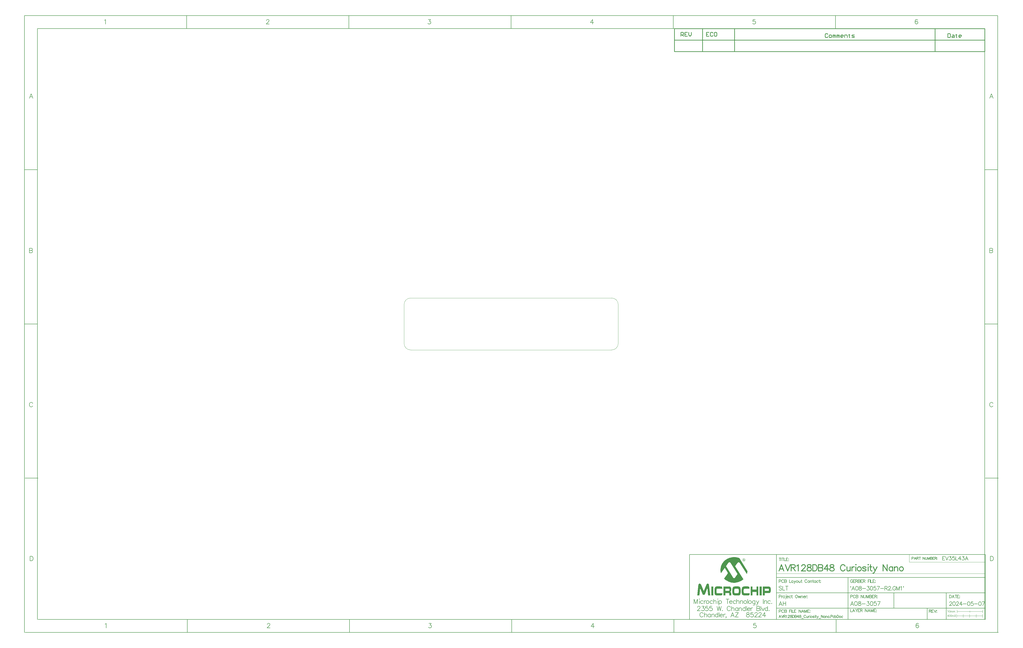
<source format=gm1>
G04*
G04 #@! TF.GenerationSoftware,Altium Limited,Altium Designer,24.4.1 (13)*
G04*
G04 Layer_Color=16711935*
%FSLAX43Y43*%
%MOMM*%
G71*
G04*
G04 #@! TF.SameCoordinates,F18E46F5-819F-4097-AB80-730C87273495*
G04*
G04*
G04 #@! TF.FilePolarity,Positive*
G04*
G01*
G75*
%ADD11C,0.100*%
%ADD12C,0.254*%
%ADD13C,0.150*%
%ADD14C,0.200*%
%ADD15C,0.127*%
%ADD18C,0.178*%
%ADD21C,0.350*%
%ADD22C,0.180*%
G36*
X133107Y-81546D02*
X133192Y-81567D01*
X133298Y-81610D01*
X133404Y-81673D01*
X133488Y-81768D01*
X133552Y-81906D01*
X133563Y-81980D01*
X133573Y-82075D01*
Y-82086D01*
Y-82096D01*
X133563Y-82160D01*
X133541Y-82255D01*
X133510Y-82361D01*
X133436Y-82467D01*
X133340Y-82562D01*
X133277Y-82604D01*
X133203Y-82625D01*
X133118Y-82647D01*
X133023Y-82657D01*
X132981D01*
X132938Y-82647D01*
X132885Y-82636D01*
X132811Y-82615D01*
X132748Y-82583D01*
X132674Y-82541D01*
X132610Y-82488D01*
X132600Y-82477D01*
X132589Y-82456D01*
X132557Y-82424D01*
X132526Y-82371D01*
X132494Y-82308D01*
X132473Y-82244D01*
X132451Y-82160D01*
X132441Y-82075D01*
Y-82065D01*
Y-82033D01*
X132451Y-82001D01*
X132462Y-81948D01*
X132483Y-81885D01*
X132515Y-81821D01*
X132557Y-81758D01*
X132610Y-81694D01*
X132621Y-81684D01*
X132642Y-81673D01*
X132674Y-81641D01*
X132727Y-81610D01*
X132790Y-81588D01*
X132854Y-81557D01*
X132938Y-81546D01*
X133023Y-81535D01*
X133044D01*
X133107Y-81546D01*
D02*
G37*
G36*
X129393Y-81049D02*
X129499D01*
X129616Y-81059D01*
X129753Y-81070D01*
X129891Y-81091D01*
X130049Y-81112D01*
X130219Y-81144D01*
X130557Y-81218D01*
X130917Y-81324D01*
X131266Y-81461D01*
X134441Y-86498D01*
Y-86509D01*
Y-86541D01*
X134430Y-86593D01*
Y-86657D01*
X134420Y-86742D01*
X134398Y-86826D01*
X134356Y-87038D01*
Y-87049D01*
X134346Y-87091D01*
X134335Y-87144D01*
X134314Y-87228D01*
X134282Y-87324D01*
X134261Y-87429D01*
X134187Y-87662D01*
X131436Y-83366D01*
X131425Y-83356D01*
X131393Y-83313D01*
X131351Y-83260D01*
X131298Y-83197D01*
X131224Y-83133D01*
X131139Y-83080D01*
X131044Y-83038D01*
X130938Y-83027D01*
X130896D01*
X130854Y-83049D01*
X130790Y-83070D01*
X130727Y-83102D01*
X130653Y-83165D01*
X130568Y-83239D01*
X130483Y-83345D01*
X129563Y-84604D01*
X132801Y-89704D01*
X132779Y-89715D01*
X132727Y-89768D01*
X132642Y-89831D01*
X132526Y-89916D01*
X132377Y-90022D01*
X132197Y-90138D01*
X131986Y-90265D01*
X131753Y-90392D01*
X131489Y-90519D01*
X131203Y-90646D01*
X130896Y-90763D01*
X130568Y-90868D01*
X130219Y-90953D01*
X129848Y-91017D01*
X129457Y-91070D01*
X129055Y-91080D01*
X128959D01*
X128907Y-91070D01*
X128843D01*
X128684Y-91059D01*
X128494Y-91027D01*
X128272Y-90995D01*
X128018Y-90943D01*
X127753Y-90868D01*
X127457Y-90784D01*
X127150Y-90678D01*
X126833Y-90540D01*
X126515Y-90382D01*
X126187Y-90191D01*
X125859Y-89969D01*
X125542Y-89715D01*
X125235Y-89429D01*
X126610Y-87535D01*
X126621Y-87525D01*
X126632Y-87504D01*
X126642Y-87472D01*
X126653Y-87429D01*
X126663Y-87377D01*
X126684Y-87313D01*
X126695Y-87228D01*
Y-87218D01*
Y-87197D01*
X126684Y-87165D01*
X126674Y-87123D01*
X126663Y-87070D01*
X126632Y-87006D01*
X126600Y-86932D01*
X126547Y-86847D01*
X125531Y-85260D01*
X124018Y-87355D01*
Y-87345D01*
X124007Y-87324D01*
X123997Y-87292D01*
X123986Y-87239D01*
X123976Y-87186D01*
X123965Y-87112D01*
X123933Y-86943D01*
X123891Y-86742D01*
X123870Y-86509D01*
X123849Y-86255D01*
X123838Y-85980D01*
Y-85969D01*
Y-85959D01*
Y-85895D01*
X123849Y-85789D01*
X123859Y-85652D01*
X123880Y-85482D01*
X123912Y-85281D01*
X123965Y-85059D01*
X124018Y-84816D01*
X124092Y-84562D01*
X124187Y-84287D01*
X124314Y-84012D01*
X124452Y-83715D01*
X124621Y-83430D01*
X124811Y-83144D01*
X125034Y-82858D01*
X125288Y-82583D01*
X125309Y-82562D01*
X125362Y-82520D01*
X125446Y-82435D01*
X125563Y-82340D01*
X125722Y-82223D01*
X125901Y-82096D01*
X126113Y-81959D01*
X126356Y-81811D01*
X126632Y-81662D01*
X126928Y-81525D01*
X127245Y-81398D01*
X127594Y-81282D01*
X127965Y-81176D01*
X128356Y-81102D01*
X128769Y-81059D01*
X129203Y-81038D01*
X129319D01*
X129393Y-81049D01*
D02*
G37*
G36*
X134663Y-92509D02*
X134748D01*
X134822Y-92519D01*
X134875Y-92530D01*
X134885D01*
X134917Y-92540D01*
X134959Y-92562D01*
X135012Y-92593D01*
X135065Y-92636D01*
X135118Y-92699D01*
X135160Y-92773D01*
X135192Y-92868D01*
Y-92879D01*
Y-92900D01*
X135203Y-92942D01*
Y-93006D01*
Y-93080D01*
X135213Y-93175D01*
Y-93292D01*
Y-93419D01*
X133330Y-93376D01*
X133309D01*
X133266Y-93387D01*
X133192Y-93408D01*
X133118Y-93461D01*
X133033Y-93535D01*
X133002Y-93599D01*
X132959Y-93662D01*
X132938Y-93736D01*
X132917Y-93831D01*
X132896Y-93937D01*
Y-94064D01*
Y-94456D01*
Y-94466D01*
Y-94487D01*
Y-94519D01*
X132906Y-94561D01*
X132917Y-94678D01*
X132949Y-94794D01*
X133002Y-94921D01*
X133076Y-95038D01*
X133118Y-95080D01*
X133182Y-95112D01*
X133245Y-95133D01*
X133319Y-95143D01*
X135245D01*
Y-95154D01*
Y-95165D01*
Y-95228D01*
Y-95323D01*
X135234Y-95440D01*
X135224Y-95556D01*
X135203Y-95662D01*
X135171Y-95757D01*
X135139Y-95831D01*
X135129Y-95842D01*
X135107Y-95863D01*
X135076Y-95884D01*
X135012Y-95916D01*
X134928Y-95958D01*
X134822Y-95979D01*
X134674Y-96001D01*
X134504Y-96011D01*
X133139D01*
X133097Y-96001D01*
X132981Y-95990D01*
X132843Y-95969D01*
X132695Y-95926D01*
X132547Y-95863D01*
X132420Y-95768D01*
X132314Y-95651D01*
X132303Y-95641D01*
X132293Y-95598D01*
X132261Y-95535D01*
X132240Y-95440D01*
X132208Y-95313D01*
X132176Y-95165D01*
X132166Y-94985D01*
X132155Y-94784D01*
Y-93757D01*
Y-93747D01*
Y-93715D01*
Y-93673D01*
X132166Y-93620D01*
Y-93546D01*
X132176Y-93472D01*
X132208Y-93292D01*
X132261Y-93101D01*
X132324Y-92921D01*
X132430Y-92752D01*
X132494Y-92689D01*
X132568Y-92636D01*
X132578Y-92625D01*
X132610Y-92614D01*
X132652Y-92593D01*
X132727Y-92562D01*
X132811Y-92540D01*
X132928Y-92519D01*
X133055Y-92509D01*
X133203Y-92498D01*
X134578D01*
X134663Y-92509D01*
D02*
G37*
G36*
X138673Y-95990D02*
X137943D01*
Y-94678D01*
X136388D01*
Y-95990D01*
X135700D01*
Y-92530D01*
X136388D01*
Y-93757D01*
X137943D01*
Y-92530D01*
X138673D01*
Y-95990D01*
D02*
G37*
G36*
X118981Y-91398D02*
X119045Y-91419D01*
X119119Y-91450D01*
X119203Y-91514D01*
X119277Y-91609D01*
X119309Y-91673D01*
X119330Y-91747D01*
X119362Y-91831D01*
X119373Y-91927D01*
X119838Y-95990D01*
X118970D01*
X118727Y-93069D01*
X118716D01*
X117817Y-95408D01*
X117806Y-95429D01*
X117785Y-95471D01*
X117754Y-95535D01*
X117701Y-95598D01*
X117627Y-95673D01*
X117542Y-95736D01*
X117436Y-95778D01*
X117309Y-95800D01*
X117288D01*
X117246Y-95789D01*
X117182Y-95778D01*
X117097Y-95747D01*
X117002Y-95704D01*
X116918Y-95630D01*
X116833Y-95535D01*
X116769Y-95408D01*
X115881Y-93112D01*
X115870D01*
X115616Y-95990D01*
X114770D01*
X115214Y-91884D01*
Y-91874D01*
Y-91863D01*
X115235Y-91810D01*
X115256Y-91726D01*
X115299Y-91630D01*
X115352Y-91546D01*
X115436Y-91461D01*
X115542Y-91408D01*
X115605Y-91387D01*
X115701D01*
X115754Y-91398D01*
X115828Y-91408D01*
X115923Y-91440D01*
X116029Y-91503D01*
X116135Y-91588D01*
X116230Y-91694D01*
X116272Y-91768D01*
X116304Y-91853D01*
X117288Y-94360D01*
X117309D01*
X118293Y-91853D01*
Y-91842D01*
X118304Y-91831D01*
X118325Y-91778D01*
X118378Y-91704D01*
X118441Y-91620D01*
X118526Y-91535D01*
X118632Y-91461D01*
X118759Y-91408D01*
X118833Y-91387D01*
X118939D01*
X118981Y-91398D01*
D02*
G37*
G36*
X142800Y-92540D02*
X142906Y-92562D01*
X143044Y-92604D01*
X143181Y-92667D01*
X143308Y-92773D01*
X143372Y-92837D01*
X143425Y-92921D01*
X143467Y-93006D01*
X143499Y-93112D01*
Y-93122D01*
X143509Y-93154D01*
X143520Y-93207D01*
X143530Y-93271D01*
X143541Y-93366D01*
X143552Y-93472D01*
X143562Y-93588D01*
Y-93726D01*
Y-93990D01*
Y-94001D01*
Y-94022D01*
Y-94043D01*
Y-94085D01*
X143552Y-94202D01*
X143541Y-94329D01*
X143509Y-94477D01*
X143477Y-94625D01*
X143425Y-94773D01*
X143351Y-94890D01*
X143340Y-94900D01*
X143319Y-94921D01*
X143287Y-94964D01*
X143234Y-94995D01*
X143171Y-95038D01*
X143086Y-95080D01*
X142991Y-95101D01*
X142885Y-95112D01*
X141171D01*
Y-95990D01*
X140451D01*
Y-92530D01*
X142758D01*
X142800Y-92540D01*
D02*
G37*
G36*
X139986Y-95990D02*
X139181D01*
Y-92530D01*
X139986D01*
Y-95990D01*
D02*
G37*
G36*
X127446Y-92540D02*
X127489D01*
X127605Y-92583D01*
X127658Y-92614D01*
X127732Y-92657D01*
X127796Y-92710D01*
X127848Y-92784D01*
X127912Y-92858D01*
X127965Y-92964D01*
X128007Y-93080D01*
X128039Y-93218D01*
X128060Y-93376D01*
X128071Y-93556D01*
Y-93768D01*
Y-93778D01*
Y-93800D01*
Y-93831D01*
X128060Y-93884D01*
X128049Y-94001D01*
X128018Y-94149D01*
X127975Y-94297D01*
X127901Y-94445D01*
X127806Y-94561D01*
X127753Y-94604D01*
X127679Y-94636D01*
Y-94646D01*
X127700Y-94657D01*
X127743Y-94667D01*
X127806Y-94710D01*
X127880Y-94784D01*
X127944Y-94879D01*
X128007Y-95016D01*
X128039Y-95091D01*
X128049Y-95186D01*
X128071Y-95292D01*
Y-95408D01*
Y-95990D01*
X127340D01*
Y-95577D01*
Y-95567D01*
Y-95535D01*
Y-95482D01*
Y-95429D01*
X127330Y-95302D01*
X127319Y-95249D01*
X127309Y-95218D01*
Y-95207D01*
X127298Y-95196D01*
X127256Y-95143D01*
X127171Y-95101D01*
X127118Y-95091D01*
X127055Y-95080D01*
X125764D01*
Y-95990D01*
X125034D01*
Y-92530D01*
X127415D01*
X127446Y-92540D01*
D02*
G37*
G36*
X121076Y-95990D02*
X120261D01*
Y-92530D01*
X121076D01*
Y-95990D01*
D02*
G37*
G36*
X130917Y-92509D02*
X131044Y-92540D01*
X131182Y-92572D01*
X131319Y-92625D01*
X131436Y-92699D01*
X131531Y-92805D01*
X131541Y-92815D01*
X131563Y-92858D01*
X131605Y-92932D01*
X131647Y-93038D01*
X131679Y-93165D01*
X131721Y-93323D01*
X131742Y-93514D01*
X131753Y-93736D01*
Y-94773D01*
Y-94784D01*
Y-94815D01*
Y-94858D01*
X131742Y-94921D01*
Y-95006D01*
X131732Y-95091D01*
X131690Y-95281D01*
X131626Y-95482D01*
X131541Y-95673D01*
X131478Y-95757D01*
X131414Y-95831D01*
X131330Y-95895D01*
X131245Y-95948D01*
X131235D01*
X131213Y-95958D01*
X131160Y-95969D01*
X131108Y-95979D01*
X131023Y-95990D01*
X130938Y-96001D01*
X130832Y-96011D01*
X129499D01*
X129457Y-96001D01*
X129340Y-95990D01*
X129213Y-95969D01*
X129076Y-95926D01*
X128928Y-95874D01*
X128801Y-95789D01*
X128695Y-95683D01*
X128684Y-95673D01*
X128663Y-95630D01*
X128631Y-95556D01*
X128600Y-95461D01*
X128568Y-95334D01*
X128536Y-95175D01*
X128515Y-94995D01*
X128504Y-94773D01*
Y-93736D01*
Y-93726D01*
Y-93694D01*
Y-93641D01*
X128515Y-93577D01*
X128526Y-93493D01*
X128536Y-93397D01*
X128579Y-93196D01*
X128653Y-92995D01*
X128706Y-92890D01*
X128758Y-92794D01*
X128833Y-92710D01*
X128907Y-92636D01*
X129002Y-92583D01*
X129108Y-92540D01*
X129118D01*
X129139Y-92530D01*
X129182D01*
X129235Y-92519D01*
X129298Y-92509D01*
X129372D01*
X129552Y-92498D01*
X130811D01*
X130917Y-92509D01*
D02*
G37*
G36*
X123849D02*
X124018Y-92519D01*
X124177Y-92530D01*
X124240Y-92540D01*
X124304Y-92551D01*
X124346Y-92562D01*
X124378Y-92572D01*
X124388Y-92583D01*
X124409Y-92604D01*
X124441Y-92646D01*
X124473Y-92720D01*
X124505Y-92815D01*
X124526Y-92890D01*
X124536Y-92964D01*
X124547Y-93048D01*
X124558Y-93144D01*
X124568Y-93249D01*
Y-93376D01*
X122674D01*
X122632Y-93387D01*
X122589Y-93397D01*
X122484Y-93429D01*
X122431Y-93472D01*
X122388Y-93514D01*
Y-93524D01*
X122367Y-93546D01*
X122357Y-93577D01*
X122335Y-93630D01*
X122314Y-93704D01*
X122293Y-93800D01*
X122282Y-93927D01*
X122272Y-94064D01*
Y-94456D01*
Y-94477D01*
Y-94519D01*
Y-94593D01*
X122282Y-94667D01*
Y-94763D01*
X122293Y-94847D01*
X122304Y-94921D01*
X122325Y-94974D01*
Y-94985D01*
X122346Y-94995D01*
X122367Y-95027D01*
X122409Y-95059D01*
X122452Y-95091D01*
X122515Y-95112D01*
X122589Y-95133D01*
X122685Y-95143D01*
X124621D01*
Y-95154D01*
Y-95165D01*
Y-95228D01*
Y-95313D01*
X124610Y-95419D01*
X124600Y-95524D01*
X124579Y-95630D01*
X124547Y-95725D01*
X124515Y-95800D01*
X124505Y-95810D01*
X124483Y-95831D01*
X124441Y-95863D01*
X124388Y-95905D01*
X124293Y-95948D01*
X124187Y-95979D01*
X124039Y-96001D01*
X123870Y-96011D01*
X122473D01*
X122367Y-96001D01*
X122251Y-95979D01*
X122113Y-95948D01*
X121976Y-95895D01*
X121849Y-95831D01*
X121743Y-95736D01*
X121732Y-95725D01*
X121711Y-95683D01*
X121669Y-95609D01*
X121626Y-95514D01*
X121584Y-95376D01*
X121542Y-95218D01*
X121521Y-95016D01*
X121510Y-94773D01*
Y-93736D01*
Y-93726D01*
Y-93683D01*
Y-93630D01*
X121521Y-93567D01*
X121531Y-93472D01*
X121552Y-93376D01*
X121605Y-93165D01*
X121690Y-92953D01*
X121743Y-92847D01*
X121817Y-92752D01*
X121902Y-92667D01*
X121997Y-92593D01*
X122103Y-92540D01*
X122230Y-92509D01*
X122282D01*
X122325Y-92498D01*
X123679D01*
X123849Y-92509D01*
D02*
G37*
%LPC*%
G36*
X133107Y-81631D02*
X133002D01*
X132949Y-81641D01*
X132864Y-81652D01*
X132779Y-81684D01*
X132684Y-81737D01*
X132600Y-81821D01*
X132547Y-81927D01*
X132536Y-82001D01*
X132526Y-82075D01*
Y-82086D01*
Y-82107D01*
X132536Y-82149D01*
X132547Y-82202D01*
X132589Y-82319D01*
X132621Y-82371D01*
X132663Y-82435D01*
X132674Y-82445D01*
X132695Y-82456D01*
X132727Y-82477D01*
X132769Y-82498D01*
X132875Y-82551D01*
X132949Y-82562D01*
X133023Y-82572D01*
X133044D01*
X133097Y-82562D01*
X133171Y-82541D01*
X133256Y-82509D01*
X133340Y-82445D01*
X133414Y-82361D01*
X133467Y-82234D01*
X133488Y-82160D01*
Y-82075D01*
Y-82054D01*
X133478Y-82001D01*
X133467Y-81938D01*
X133436Y-81853D01*
X133372Y-81768D01*
X133287Y-81705D01*
X133182Y-81652D01*
X133107Y-81631D01*
D02*
G37*
%LPD*%
G36*
X133097Y-81768D02*
X133139Y-81779D01*
X133182Y-81811D01*
X133224Y-81842D01*
X133245Y-81895D01*
X133256Y-81959D01*
Y-81969D01*
Y-81990D01*
X133234Y-82054D01*
X133213Y-82086D01*
X133192Y-82117D01*
X133150Y-82139D01*
X133097Y-82149D01*
X133277Y-82435D01*
X133171D01*
X132991Y-82149D01*
X132885D01*
Y-82435D01*
X132779D01*
Y-81758D01*
X133055D01*
X133097Y-81768D01*
D02*
G37*
%LPC*%
G36*
X133055Y-81853D02*
X132885D01*
Y-82065D01*
X133065D01*
X133107Y-82054D01*
X133139Y-82022D01*
X133150Y-81959D01*
Y-81938D01*
X133139Y-81906D01*
X133107Y-81874D01*
X133055Y-81853D01*
D02*
G37*
G36*
X127372Y-83017D02*
X127330D01*
X127277Y-83038D01*
X127214Y-83059D01*
X127139Y-83091D01*
X127065Y-83154D01*
X126970Y-83229D01*
X126885Y-83334D01*
X125997Y-84583D01*
X128695Y-88858D01*
X128706Y-88879D01*
X128737Y-88921D01*
X128780Y-88985D01*
X128843Y-89048D01*
X128917Y-89122D01*
X128991Y-89186D01*
X129065Y-89228D01*
X129150Y-89249D01*
X129192D01*
X129245Y-89239D01*
X129309Y-89218D01*
X129383Y-89175D01*
X129457Y-89133D01*
X129541Y-89059D01*
X129616Y-88964D01*
X130557Y-87609D01*
X127848Y-83345D01*
X127838Y-83334D01*
X127817Y-83292D01*
X127764Y-83239D01*
X127711Y-83176D01*
X127637Y-83123D01*
X127563Y-83070D01*
X127467Y-83027D01*
X127372Y-83017D01*
D02*
G37*
G36*
X142525Y-93366D02*
X141171D01*
Y-94244D01*
X142589D01*
X142610Y-94233D01*
X142652Y-94223D01*
X142694Y-94202D01*
X142726Y-94159D01*
X142769Y-94096D01*
X142790Y-94001D01*
X142800Y-93884D01*
Y-93757D01*
Y-93736D01*
Y-93694D01*
X142790Y-93630D01*
X142769Y-93556D01*
X142737Y-93493D01*
X142684Y-93429D01*
X142620Y-93387D01*
X142525Y-93366D01*
D02*
G37*
G36*
X127023D02*
X125764D01*
Y-94233D01*
X127108D01*
X127139Y-94223D01*
X127192Y-94212D01*
X127245Y-94181D01*
X127288Y-94138D01*
X127340Y-94075D01*
X127372Y-93979D01*
X127383Y-93852D01*
Y-93757D01*
Y-93736D01*
Y-93694D01*
X127362Y-93630D01*
X127340Y-93556D01*
X127298Y-93493D01*
X127235Y-93429D01*
X127139Y-93387D01*
X127023Y-93366D01*
D02*
G37*
G36*
X130557D02*
X129668D01*
X129626Y-93376D01*
X129573Y-93387D01*
X129520Y-93408D01*
X129467Y-93429D01*
X129415Y-93472D01*
X129362Y-93524D01*
Y-93535D01*
X129340Y-93556D01*
X129330Y-93588D01*
X129309Y-93651D01*
X129288Y-93726D01*
X129277Y-93810D01*
X129256Y-93927D01*
Y-94064D01*
Y-94456D01*
Y-94477D01*
Y-94519D01*
Y-94583D01*
X129266Y-94667D01*
X129288Y-94847D01*
X129309Y-94932D01*
X129330Y-94995D01*
Y-95006D01*
X129351Y-95016D01*
X129372Y-95038D01*
X129404Y-95069D01*
X129446Y-95101D01*
X129499Y-95122D01*
X129573Y-95133D01*
X129658Y-95143D01*
X130600D01*
X130653Y-95133D01*
X130727Y-95112D01*
X130811Y-95059D01*
X130885Y-94974D01*
X130928Y-94921D01*
X130959Y-94858D01*
X130991Y-94773D01*
X131012Y-94678D01*
X131033Y-94572D01*
Y-94456D01*
Y-94064D01*
Y-94043D01*
Y-94001D01*
X131023Y-93937D01*
X131012Y-93852D01*
X130970Y-93673D01*
X130938Y-93588D01*
X130885Y-93524D01*
X130875Y-93514D01*
X130864Y-93503D01*
X130832Y-93472D01*
X130790Y-93440D01*
X130684Y-93387D01*
X130631Y-93376D01*
X130557Y-93366D01*
D02*
G37*
%LPD*%
D11*
X83820Y17780D02*
G03*
X81280Y20320I-2540J0D01*
G01*
Y0D02*
G03*
X83820Y2540I0J2540D01*
G01*
X2540Y20320D02*
G03*
X0Y17780I0J-2540D01*
G01*
Y2540D02*
G03*
X2540Y0I2540J0D01*
G01*
X81280D01*
X2540Y20320D02*
X81280D01*
X83820Y2540D02*
Y17780D01*
X0Y2540D02*
Y17780D01*
X145770Y-87490D02*
X227590D01*
X197770Y-82990D02*
X227590Y-82990D01*
X216470Y-102290D02*
X226470D01*
X216310Y-103990D02*
X226470D01*
X197770Y-82990D02*
Y-79990D01*
X226470Y-104625D02*
Y-103355D01*
Y-102790D02*
Y-101790D01*
X223930Y-104625D02*
Y-103355D01*
X221390Y-104625D02*
Y-103355D01*
X218850Y-104625D02*
Y-103355D01*
X216310Y-104625D02*
Y-103355D01*
X216470Y-102790D02*
Y-101790D01*
X227590Y-82990D02*
Y-82990D01*
X221470Y-102590D02*
Y-101990D01*
X212770Y-102023D02*
X212836Y-101990D01*
X212936Y-101890D01*
Y-102590D01*
X213483Y-101890D02*
X213383Y-101923D01*
X213316Y-102023D01*
X213283Y-102190D01*
Y-102290D01*
X213316Y-102457D01*
X213383Y-102557D01*
X213483Y-102590D01*
X213549D01*
X213649Y-102557D01*
X213716Y-102457D01*
X213749Y-102290D01*
Y-102190D01*
X213716Y-102023D01*
X213649Y-101923D01*
X213549Y-101890D01*
X213483D01*
X213906Y-102123D02*
Y-102590D01*
Y-102257D02*
X214006Y-102157D01*
X214073Y-102123D01*
X214173D01*
X214239Y-102157D01*
X214273Y-102257D01*
Y-102590D01*
Y-102257D02*
X214372Y-102157D01*
X214439Y-102123D01*
X214539D01*
X214606Y-102157D01*
X214639Y-102257D01*
Y-102590D01*
X214859Y-102123D02*
Y-102590D01*
Y-102257D02*
X214959Y-102157D01*
X215026Y-102123D01*
X215126D01*
X215192Y-102157D01*
X215226Y-102257D01*
Y-102590D01*
Y-102257D02*
X215326Y-102157D01*
X215392Y-102123D01*
X215492D01*
X215559Y-102157D01*
X215592Y-102257D01*
Y-102590D01*
X213003Y-103590D02*
X212670Y-104057D01*
X213169D01*
X213003Y-103590D02*
Y-104290D01*
X213493Y-103590D02*
X213393Y-103623D01*
X213326Y-103723D01*
X213293Y-103890D01*
Y-103990D01*
X213326Y-104157D01*
X213393Y-104257D01*
X213493Y-104290D01*
X213559D01*
X213659Y-104257D01*
X213726Y-104157D01*
X213759Y-103990D01*
Y-103890D01*
X213726Y-103723D01*
X213659Y-103623D01*
X213559Y-103590D01*
X213493D01*
X214116D02*
X214016Y-103623D01*
X213949Y-103723D01*
X213916Y-103890D01*
Y-103990D01*
X213949Y-104157D01*
X214016Y-104257D01*
X214116Y-104290D01*
X214183D01*
X214283Y-104257D01*
X214349Y-104157D01*
X214382Y-103990D01*
Y-103890D01*
X214349Y-103723D01*
X214283Y-103623D01*
X214183Y-103590D01*
X214116D01*
X214539Y-103823D02*
Y-104290D01*
Y-103957D02*
X214639Y-103857D01*
X214706Y-103823D01*
X214806D01*
X214872Y-103857D01*
X214906Y-103957D01*
Y-104290D01*
Y-103957D02*
X215006Y-103857D01*
X215072Y-103823D01*
X215172D01*
X215239Y-103857D01*
X215272Y-103957D01*
Y-104290D01*
X215559Y-103590D02*
X215592Y-103623D01*
X215626Y-103590D01*
X215592Y-103557D01*
X215559Y-103590D01*
X215592Y-103823D02*
Y-104290D01*
X215749Y-103590D02*
Y-104290D01*
D12*
X227330Y116730D02*
Y125730D01*
X105830D02*
X227330D01*
X129330Y116730D02*
Y121230D01*
X105830D02*
Y125730D01*
Y121230D02*
X227330D01*
X116830D02*
Y125730D01*
X129330Y121230D02*
Y125730D01*
X207830Y121230D02*
Y125730D01*
X105830Y116730D02*
Y121230D01*
Y116730D02*
X227330D01*
X207830D02*
Y121230D01*
X116830Y116730D02*
Y121230D01*
X108330Y122730D02*
Y124254D01*
X109092D01*
X109346Y124000D01*
Y123492D01*
X109092Y123238D01*
X108330D01*
X108838D02*
X109346Y122730D01*
X110869Y124254D02*
X109854D01*
Y122730D01*
X110869D01*
X109854Y123492D02*
X110361D01*
X111377Y124254D02*
Y123238D01*
X111885Y122730D01*
X112393Y123238D01*
Y124254D01*
X119346D02*
X118330D01*
Y122730D01*
X119346D01*
X118330Y123492D02*
X118838D01*
X120869Y124000D02*
X120615Y124254D01*
X120107D01*
X119854Y124000D01*
Y122984D01*
X120107Y122730D01*
X120615D01*
X120869Y122984D01*
X122139Y124254D02*
X121631D01*
X121377Y124000D01*
Y122984D01*
X121631Y122730D01*
X122139D01*
X122393Y122984D01*
Y124000D01*
X122139Y124254D01*
X165846Y123500D02*
X165592Y123754D01*
X165084D01*
X164830Y123500D01*
Y122484D01*
X165084Y122230D01*
X165592D01*
X165846Y122484D01*
X166607Y122230D02*
X167115D01*
X167369Y122484D01*
Y122992D01*
X167115Y123246D01*
X166607D01*
X166354Y122992D01*
Y122484D01*
X166607Y122230D01*
X167877D02*
Y123246D01*
X168131D01*
X168385Y122992D01*
Y122230D01*
Y122992D01*
X168639Y123246D01*
X168893Y122992D01*
Y122230D01*
X169401D02*
Y123246D01*
X169654D01*
X169908Y122992D01*
Y122230D01*
Y122992D01*
X170162Y123246D01*
X170416Y122992D01*
Y122230D01*
X171686D02*
X171178D01*
X170924Y122484D01*
Y122992D01*
X171178Y123246D01*
X171686D01*
X171940Y122992D01*
Y122738D01*
X170924D01*
X172448Y122230D02*
Y123246D01*
X173209D01*
X173463Y122992D01*
Y122230D01*
X174225Y123500D02*
Y123246D01*
X173971D01*
X174479D01*
X174225D01*
Y122484D01*
X174479Y122230D01*
X175241D02*
X176002D01*
X176256Y122484D01*
X176002Y122738D01*
X175495D01*
X175241Y122992D01*
X175495Y123246D01*
X176256D01*
X212830Y123754D02*
Y122230D01*
X213592D01*
X213846Y122484D01*
Y123500D01*
X213592Y123754D01*
X212830D01*
X214607Y123246D02*
X215115D01*
X215369Y122992D01*
Y122230D01*
X214607D01*
X214354Y122484D01*
X214607Y122738D01*
X215369D01*
X216131Y123500D02*
Y123246D01*
X215877D01*
X216385D01*
X216131D01*
Y122484D01*
X216385Y122230D01*
X217908D02*
X217401D01*
X217147Y122484D01*
Y122992D01*
X217401Y123246D01*
X217908D01*
X218162Y122992D01*
Y122738D01*
X217147D01*
D13*
X198770Y-81514D02*
X199198D01*
X199341Y-81466D01*
X199388Y-81419D01*
X199436Y-81323D01*
Y-81181D01*
X199388Y-81085D01*
X199341Y-81038D01*
X199198Y-80990D01*
X198770D01*
Y-81990D01*
X200422D02*
X200041Y-80990D01*
X199660Y-81990D01*
X199803Y-81657D02*
X200279D01*
X200655Y-80990D02*
Y-81990D01*
Y-80990D02*
X201083D01*
X201226Y-81038D01*
X201274Y-81085D01*
X201321Y-81181D01*
Y-81276D01*
X201274Y-81371D01*
X201226Y-81419D01*
X201083Y-81466D01*
X200655D01*
X200988D02*
X201321Y-81990D01*
X201878Y-80990D02*
Y-81990D01*
X201545Y-80990D02*
X202212D01*
X203116D02*
Y-81990D01*
Y-80990D02*
X203783Y-81990D01*
Y-80990D02*
Y-81990D01*
X204059Y-80990D02*
Y-81704D01*
X204106Y-81847D01*
X204202Y-81942D01*
X204345Y-81990D01*
X204440D01*
X204583Y-81942D01*
X204678Y-81847D01*
X204725Y-81704D01*
Y-80990D01*
X205002D02*
Y-81990D01*
Y-80990D02*
X205382Y-81990D01*
X205763Y-80990D02*
X205382Y-81990D01*
X205763Y-80990D02*
Y-81990D01*
X206049Y-80990D02*
Y-81990D01*
Y-80990D02*
X206477D01*
X206620Y-81038D01*
X206668Y-81085D01*
X206715Y-81181D01*
Y-81276D01*
X206668Y-81371D01*
X206620Y-81419D01*
X206477Y-81466D01*
X206049D02*
X206477D01*
X206620Y-81514D01*
X206668Y-81561D01*
X206715Y-81657D01*
Y-81800D01*
X206668Y-81895D01*
X206620Y-81942D01*
X206477Y-81990D01*
X206049D01*
X207558Y-80990D02*
X206939D01*
Y-81990D01*
X207558D01*
X206939Y-81466D02*
X207320D01*
X207725Y-80990D02*
Y-81990D01*
Y-80990D02*
X208153D01*
X208296Y-81038D01*
X208344Y-81085D01*
X208391Y-81181D01*
Y-81276D01*
X208344Y-81371D01*
X208296Y-81419D01*
X208153Y-81466D01*
X207725D01*
X208058D02*
X208391Y-81990D01*
X208663Y-81323D02*
X208615Y-81371D01*
X208663Y-81419D01*
X208710Y-81371D01*
X208663Y-81323D01*
Y-81895D02*
X208615Y-81942D01*
X208663Y-81990D01*
X208710Y-81942D01*
X208663Y-81895D01*
X213541Y-98847D02*
Y-98776D01*
X213612Y-98633D01*
X213684Y-98562D01*
X213827Y-98490D01*
X214112D01*
X214255Y-98562D01*
X214326Y-98633D01*
X214398Y-98776D01*
Y-98919D01*
X214326Y-99062D01*
X214184Y-99276D01*
X213470Y-99990D01*
X214469D01*
X215233Y-98490D02*
X215019Y-98562D01*
X214876Y-98776D01*
X214805Y-99133D01*
Y-99347D01*
X214876Y-99704D01*
X215019Y-99919D01*
X215233Y-99990D01*
X215376D01*
X215590Y-99919D01*
X215733Y-99704D01*
X215805Y-99347D01*
Y-99133D01*
X215733Y-98776D01*
X215590Y-98562D01*
X215376Y-98490D01*
X215233D01*
X216212Y-98847D02*
Y-98776D01*
X216283Y-98633D01*
X216355Y-98562D01*
X216497Y-98490D01*
X216783D01*
X216926Y-98562D01*
X216997Y-98633D01*
X217069Y-98776D01*
Y-98919D01*
X216997Y-99062D01*
X216855Y-99276D01*
X216140Y-99990D01*
X217140D01*
X218190Y-98490D02*
X217476Y-99490D01*
X218547D01*
X218190Y-98490D02*
Y-99990D01*
X218811Y-99347D02*
X220097D01*
X220968Y-98490D02*
X220754Y-98562D01*
X220611Y-98776D01*
X220539Y-99133D01*
Y-99347D01*
X220611Y-99704D01*
X220754Y-99919D01*
X220968Y-99990D01*
X221111D01*
X221325Y-99919D01*
X221468Y-99704D01*
X221539Y-99347D01*
Y-99133D01*
X221468Y-98776D01*
X221325Y-98562D01*
X221111Y-98490D01*
X220968D01*
X222732D02*
X222018D01*
X221946Y-99133D01*
X222018Y-99062D01*
X222232Y-98990D01*
X222446D01*
X222660Y-99062D01*
X222803Y-99204D01*
X222875Y-99419D01*
Y-99562D01*
X222803Y-99776D01*
X222660Y-99919D01*
X222446Y-99990D01*
X222232D01*
X222018Y-99919D01*
X221946Y-99847D01*
X221875Y-99704D01*
X223210Y-99347D02*
X224496D01*
X225367Y-98490D02*
X225153Y-98562D01*
X225010Y-98776D01*
X224938Y-99133D01*
Y-99347D01*
X225010Y-99704D01*
X225153Y-99919D01*
X225367Y-99990D01*
X225510D01*
X225724Y-99919D01*
X225867Y-99704D01*
X225938Y-99347D01*
Y-99133D01*
X225867Y-98776D01*
X225724Y-98562D01*
X225510Y-98490D01*
X225367D01*
X227274D02*
X226560Y-99990D01*
X226274Y-98490D02*
X227274D01*
X175591Y-90114D02*
X175536Y-90004D01*
X175427Y-89895D01*
X175317Y-89840D01*
X175098D01*
X174989Y-89895D01*
X174879Y-90004D01*
X174824Y-90114D01*
X174770Y-90278D01*
Y-90552D01*
X174824Y-90716D01*
X174879Y-90826D01*
X174989Y-90935D01*
X175098Y-90990D01*
X175317D01*
X175427Y-90935D01*
X175536Y-90826D01*
X175591Y-90716D01*
Y-90552D01*
X175317D02*
X175591D01*
X176565Y-89840D02*
X175854D01*
Y-90990D01*
X176565D01*
X175854Y-90388D02*
X176292D01*
X176757Y-89840D02*
Y-90990D01*
Y-89840D02*
X177250D01*
X177414Y-89895D01*
X177469Y-89950D01*
X177523Y-90059D01*
Y-90169D01*
X177469Y-90278D01*
X177414Y-90333D01*
X177250Y-90388D01*
X176757D01*
X177140D02*
X177523Y-90990D01*
X177781Y-89840D02*
Y-90990D01*
Y-89840D02*
X178274D01*
X178438Y-89895D01*
X178493Y-89950D01*
X178547Y-90059D01*
Y-90169D01*
X178493Y-90278D01*
X178438Y-90333D01*
X178274Y-90388D01*
X177781D02*
X178274D01*
X178438Y-90442D01*
X178493Y-90497D01*
X178547Y-90607D01*
Y-90771D01*
X178493Y-90880D01*
X178438Y-90935D01*
X178274Y-90990D01*
X177781D01*
X179516Y-89840D02*
X178805D01*
Y-90990D01*
X179516D01*
X178805Y-90388D02*
X179243D01*
X179708Y-89840D02*
Y-90990D01*
Y-89840D02*
X180201D01*
X180365Y-89895D01*
X180420Y-89950D01*
X180474Y-90059D01*
Y-90169D01*
X180420Y-90278D01*
X180365Y-90333D01*
X180201Y-90388D01*
X179708D01*
X180091D02*
X180474Y-90990D01*
X181635Y-89840D02*
Y-90990D01*
Y-89840D02*
X182347D01*
X181635Y-90388D02*
X182073D01*
X182478Y-89840D02*
Y-90990D01*
X182719Y-89840D02*
Y-90990D01*
X183376D01*
X184214Y-89840D02*
X183502D01*
Y-90990D01*
X184214D01*
X183502Y-90388D02*
X183940D01*
X184460Y-90223D02*
X184406Y-90278D01*
X184460Y-90333D01*
X184515Y-90278D01*
X184460Y-90223D01*
Y-90880D02*
X184406Y-90935D01*
X184460Y-90990D01*
X184515Y-90935D01*
X184460Y-90880D01*
X174770Y-96442D02*
X175262D01*
X175427Y-96388D01*
X175481Y-96333D01*
X175536Y-96223D01*
Y-96059D01*
X175481Y-95950D01*
X175427Y-95895D01*
X175262Y-95840D01*
X174770D01*
Y-96990D01*
X176615Y-96114D02*
X176560Y-96004D01*
X176450Y-95895D01*
X176341Y-95840D01*
X176122D01*
X176012Y-95895D01*
X175903Y-96004D01*
X175848Y-96114D01*
X175793Y-96278D01*
Y-96552D01*
X175848Y-96716D01*
X175903Y-96826D01*
X176012Y-96935D01*
X176122Y-96990D01*
X176341D01*
X176450Y-96935D01*
X176560Y-96826D01*
X176615Y-96716D01*
X176938Y-95840D02*
Y-96990D01*
Y-95840D02*
X177430D01*
X177595Y-95895D01*
X177649Y-95950D01*
X177704Y-96059D01*
Y-96169D01*
X177649Y-96278D01*
X177595Y-96333D01*
X177430Y-96388D01*
X176938D02*
X177430D01*
X177595Y-96442D01*
X177649Y-96497D01*
X177704Y-96607D01*
Y-96771D01*
X177649Y-96880D01*
X177595Y-96935D01*
X177430Y-96990D01*
X176938D01*
X178865Y-95840D02*
Y-96990D01*
Y-95840D02*
X179631Y-96990D01*
Y-95840D02*
Y-96990D01*
X179949Y-95840D02*
Y-96661D01*
X180004Y-96826D01*
X180113Y-96935D01*
X180277Y-96990D01*
X180387D01*
X180551Y-96935D01*
X180661Y-96826D01*
X180715Y-96661D01*
Y-95840D01*
X181033D02*
Y-96990D01*
Y-95840D02*
X181471Y-96990D01*
X181909Y-95840D02*
X181471Y-96990D01*
X181909Y-95840D02*
Y-96990D01*
X182237Y-95840D02*
Y-96990D01*
Y-95840D02*
X182730D01*
X182894Y-95895D01*
X182949Y-95950D01*
X183004Y-96059D01*
Y-96169D01*
X182949Y-96278D01*
X182894Y-96333D01*
X182730Y-96388D01*
X182237D02*
X182730D01*
X182894Y-96442D01*
X182949Y-96497D01*
X183004Y-96607D01*
Y-96771D01*
X182949Y-96880D01*
X182894Y-96935D01*
X182730Y-96990D01*
X182237D01*
X183973Y-95840D02*
X183261D01*
Y-96990D01*
X183973D01*
X183261Y-96388D02*
X183699D01*
X184165Y-95840D02*
Y-96990D01*
Y-95840D02*
X184657D01*
X184822Y-95895D01*
X184876Y-95950D01*
X184931Y-96059D01*
Y-96169D01*
X184876Y-96278D01*
X184822Y-96333D01*
X184657Y-96388D01*
X184165D01*
X184548D02*
X184931Y-96990D01*
X185243Y-96223D02*
X185188Y-96278D01*
X185243Y-96333D01*
X185298Y-96278D01*
X185243Y-96223D01*
Y-96880D02*
X185188Y-96935D01*
X185243Y-96990D01*
X185298Y-96935D01*
X185243Y-96880D01*
X146770Y-96442D02*
X147262D01*
X147427Y-96388D01*
X147481Y-96333D01*
X147536Y-96223D01*
Y-96059D01*
X147481Y-95950D01*
X147427Y-95895D01*
X147262Y-95840D01*
X146770D01*
Y-96990D01*
X147793Y-96223D02*
Y-96990D01*
Y-96552D02*
X147848Y-96388D01*
X147958Y-96278D01*
X148067Y-96223D01*
X148231D01*
X148609D02*
X148500Y-96278D01*
X148390Y-96388D01*
X148335Y-96552D01*
Y-96661D01*
X148390Y-96826D01*
X148500Y-96935D01*
X148609Y-96990D01*
X148773D01*
X148883Y-96935D01*
X148992Y-96826D01*
X149047Y-96661D01*
Y-96552D01*
X148992Y-96388D01*
X148883Y-96278D01*
X148773Y-96223D01*
X148609D01*
X149518Y-95840D02*
X149573Y-95895D01*
X149627Y-95840D01*
X149573Y-95785D01*
X149518Y-95840D01*
X149573Y-96223D02*
Y-97154D01*
X149518Y-97318D01*
X149408Y-97373D01*
X149299D01*
X149841Y-96552D02*
X150498D01*
Y-96442D01*
X150443Y-96333D01*
X150389Y-96278D01*
X150279Y-96223D01*
X150115D01*
X150005Y-96278D01*
X149896Y-96388D01*
X149841Y-96552D01*
Y-96661D01*
X149896Y-96826D01*
X150005Y-96935D01*
X150115Y-96990D01*
X150279D01*
X150389Y-96935D01*
X150498Y-96826D01*
X151401Y-96388D02*
X151292Y-96278D01*
X151182Y-96223D01*
X151018D01*
X150909Y-96278D01*
X150799Y-96388D01*
X150744Y-96552D01*
Y-96661D01*
X150799Y-96826D01*
X150909Y-96935D01*
X151018Y-96990D01*
X151182D01*
X151292Y-96935D01*
X151401Y-96826D01*
X151812Y-95840D02*
Y-96771D01*
X151867Y-96935D01*
X151976Y-96990D01*
X152086D01*
X151648Y-96223D02*
X152031D01*
X153482Y-95840D02*
X153372Y-95895D01*
X153263Y-96004D01*
X153208Y-96114D01*
X153153Y-96278D01*
Y-96552D01*
X153208Y-96716D01*
X153263Y-96826D01*
X153372Y-96935D01*
X153482Y-96990D01*
X153701D01*
X153810Y-96935D01*
X153920Y-96826D01*
X153975Y-96716D01*
X154029Y-96552D01*
Y-96278D01*
X153975Y-96114D01*
X153920Y-96004D01*
X153810Y-95895D01*
X153701Y-95840D01*
X153482D01*
X154298Y-96223D02*
X154517Y-96990D01*
X154736Y-96223D02*
X154517Y-96990D01*
X154736Y-96223D02*
X154955Y-96990D01*
X155174Y-96223D02*
X154955Y-96990D01*
X155442Y-96223D02*
Y-96990D01*
Y-96442D02*
X155606Y-96278D01*
X155716Y-96223D01*
X155880D01*
X155989Y-96278D01*
X156044Y-96442D01*
Y-96990D01*
X156345Y-96552D02*
X157002D01*
Y-96442D01*
X156948Y-96333D01*
X156893Y-96278D01*
X156783Y-96223D01*
X156619D01*
X156510Y-96278D01*
X156400Y-96388D01*
X156345Y-96552D01*
Y-96661D01*
X156400Y-96826D01*
X156510Y-96935D01*
X156619Y-96990D01*
X156783D01*
X156893Y-96935D01*
X157002Y-96826D01*
X157249Y-96223D02*
Y-96990D01*
Y-96552D02*
X157303Y-96388D01*
X157413Y-96278D01*
X157522Y-96223D01*
X157687D01*
X157845D02*
X157791Y-96278D01*
X157845Y-96333D01*
X157900Y-96278D01*
X157845Y-96223D01*
Y-96880D02*
X157791Y-96935D01*
X157845Y-96990D01*
X157900Y-96935D01*
X157845Y-96880D01*
X146770Y-90442D02*
X147262D01*
X147427Y-90388D01*
X147481Y-90333D01*
X147536Y-90223D01*
Y-90059D01*
X147481Y-89950D01*
X147427Y-89895D01*
X147262Y-89840D01*
X146770D01*
Y-90990D01*
X148615Y-90114D02*
X148560Y-90004D01*
X148450Y-89895D01*
X148341Y-89840D01*
X148122D01*
X148012Y-89895D01*
X147903Y-90004D01*
X147848Y-90114D01*
X147793Y-90278D01*
Y-90552D01*
X147848Y-90716D01*
X147903Y-90826D01*
X148012Y-90935D01*
X148122Y-90990D01*
X148341D01*
X148450Y-90935D01*
X148560Y-90826D01*
X148615Y-90716D01*
X148938Y-89840D02*
Y-90990D01*
Y-89840D02*
X149430D01*
X149595Y-89895D01*
X149649Y-89950D01*
X149704Y-90059D01*
Y-90169D01*
X149649Y-90278D01*
X149595Y-90333D01*
X149430Y-90388D01*
X148938D02*
X149430D01*
X149595Y-90442D01*
X149649Y-90497D01*
X149704Y-90607D01*
Y-90771D01*
X149649Y-90880D01*
X149595Y-90935D01*
X149430Y-90990D01*
X148938D01*
X150865Y-89840D02*
Y-90990D01*
X151522D01*
X152305Y-90223D02*
Y-90990D01*
Y-90388D02*
X152195Y-90278D01*
X152086Y-90223D01*
X151922D01*
X151812Y-90278D01*
X151703Y-90388D01*
X151648Y-90552D01*
Y-90661D01*
X151703Y-90826D01*
X151812Y-90935D01*
X151922Y-90990D01*
X152086D01*
X152195Y-90935D01*
X152305Y-90826D01*
X152666Y-90223D02*
X152995Y-90990D01*
X153323Y-90223D02*
X152995Y-90990D01*
X152885Y-91209D01*
X152776Y-91318D01*
X152666Y-91373D01*
X152611D01*
X153788Y-90223D02*
X153679Y-90278D01*
X153569Y-90388D01*
X153515Y-90552D01*
Y-90661D01*
X153569Y-90826D01*
X153679Y-90935D01*
X153788Y-90990D01*
X153953D01*
X154062Y-90935D01*
X154172Y-90826D01*
X154226Y-90661D01*
Y-90552D01*
X154172Y-90388D01*
X154062Y-90278D01*
X153953Y-90223D01*
X153788D01*
X154478D02*
Y-90771D01*
X154533Y-90935D01*
X154643Y-90990D01*
X154807D01*
X154916Y-90935D01*
X155081Y-90771D01*
Y-90223D02*
Y-90990D01*
X155546Y-89840D02*
Y-90771D01*
X155601Y-90935D01*
X155710Y-90990D01*
X155820D01*
X155382Y-90223D02*
X155765D01*
X157709Y-90114D02*
X157654Y-90004D01*
X157544Y-89895D01*
X157435Y-89840D01*
X157216D01*
X157106Y-89895D01*
X156997Y-90004D01*
X156942Y-90114D01*
X156887Y-90278D01*
Y-90552D01*
X156942Y-90716D01*
X156997Y-90826D01*
X157106Y-90935D01*
X157216Y-90990D01*
X157435D01*
X157544Y-90935D01*
X157654Y-90826D01*
X157709Y-90716D01*
X158305Y-90223D02*
X158196Y-90278D01*
X158086Y-90388D01*
X158032Y-90552D01*
Y-90661D01*
X158086Y-90826D01*
X158196Y-90935D01*
X158305Y-90990D01*
X158470D01*
X158579Y-90935D01*
X158689Y-90826D01*
X158743Y-90661D01*
Y-90552D01*
X158689Y-90388D01*
X158579Y-90278D01*
X158470Y-90223D01*
X158305D01*
X158995D02*
Y-90990D01*
Y-90442D02*
X159159Y-90278D01*
X159269Y-90223D01*
X159433D01*
X159543Y-90278D01*
X159597Y-90442D01*
Y-90990D01*
X160063Y-89840D02*
Y-90771D01*
X160118Y-90935D01*
X160227Y-90990D01*
X160337D01*
X159899Y-90223D02*
X160282D01*
X161158D02*
Y-90990D01*
Y-90388D02*
X161048Y-90278D01*
X160939Y-90223D01*
X160775D01*
X160665Y-90278D01*
X160556Y-90388D01*
X160501Y-90552D01*
Y-90661D01*
X160556Y-90826D01*
X160665Y-90935D01*
X160775Y-90990D01*
X160939D01*
X161048Y-90935D01*
X161158Y-90826D01*
X162121Y-90388D02*
X162012Y-90278D01*
X161902Y-90223D01*
X161738D01*
X161629Y-90278D01*
X161519Y-90388D01*
X161464Y-90552D01*
Y-90661D01*
X161519Y-90826D01*
X161629Y-90935D01*
X161738Y-90990D01*
X161902D01*
X162012Y-90935D01*
X162121Y-90826D01*
X162532Y-89840D02*
Y-90771D01*
X162587Y-90935D01*
X162696Y-90990D01*
X162806D01*
X162368Y-90223D02*
X162751D01*
X163025D02*
X162970Y-90278D01*
X163025Y-90333D01*
X163080Y-90278D01*
X163025Y-90223D01*
Y-90880D02*
X162970Y-90935D01*
X163025Y-90990D01*
X163080Y-90935D01*
X163025Y-90880D01*
X147531Y-104740D02*
X147150Y-103740D01*
X146770Y-104740D01*
X146912Y-104407D02*
X147388D01*
X147765Y-103740D02*
X148145Y-104740D01*
X148526Y-103740D02*
X148145Y-104740D01*
X148655Y-103740D02*
Y-104740D01*
Y-103740D02*
X149083D01*
X149226Y-103788D01*
X149274Y-103835D01*
X149321Y-103931D01*
Y-104026D01*
X149274Y-104121D01*
X149226Y-104169D01*
X149083Y-104216D01*
X148655D01*
X148988D02*
X149321Y-104740D01*
X149545Y-103931D02*
X149640Y-103883D01*
X149783Y-103740D01*
Y-104740D01*
X150326Y-103978D02*
Y-103931D01*
X150374Y-103835D01*
X150421Y-103788D01*
X150516Y-103740D01*
X150707D01*
X150802Y-103788D01*
X150850Y-103835D01*
X150897Y-103931D01*
Y-104026D01*
X150850Y-104121D01*
X150754Y-104264D01*
X150278Y-104740D01*
X150945D01*
X151407Y-103740D02*
X151264Y-103788D01*
X151216Y-103883D01*
Y-103978D01*
X151264Y-104073D01*
X151359Y-104121D01*
X151549Y-104169D01*
X151692Y-104216D01*
X151787Y-104312D01*
X151835Y-104407D01*
Y-104550D01*
X151787Y-104645D01*
X151740Y-104692D01*
X151597Y-104740D01*
X151407D01*
X151264Y-104692D01*
X151216Y-104645D01*
X151169Y-104550D01*
Y-104407D01*
X151216Y-104312D01*
X151311Y-104216D01*
X151454Y-104169D01*
X151645Y-104121D01*
X151740Y-104073D01*
X151787Y-103978D01*
Y-103883D01*
X151740Y-103788D01*
X151597Y-103740D01*
X151407D01*
X152059D02*
Y-104740D01*
Y-103740D02*
X152392D01*
X152535Y-103788D01*
X152630Y-103883D01*
X152678Y-103978D01*
X152725Y-104121D01*
Y-104359D01*
X152678Y-104502D01*
X152630Y-104597D01*
X152535Y-104692D01*
X152392Y-104740D01*
X152059D01*
X152949Y-103740D02*
Y-104740D01*
Y-103740D02*
X153378D01*
X153520Y-103788D01*
X153568Y-103835D01*
X153616Y-103931D01*
Y-104026D01*
X153568Y-104121D01*
X153520Y-104169D01*
X153378Y-104216D01*
X152949D02*
X153378D01*
X153520Y-104264D01*
X153568Y-104312D01*
X153616Y-104407D01*
Y-104550D01*
X153568Y-104645D01*
X153520Y-104692D01*
X153378Y-104740D01*
X152949D01*
X154316Y-103740D02*
X153839Y-104407D01*
X154554D01*
X154316Y-103740D02*
Y-104740D01*
X154968Y-103740D02*
X154825Y-103788D01*
X154777Y-103883D01*
Y-103978D01*
X154825Y-104073D01*
X154920Y-104121D01*
X155111Y-104169D01*
X155253Y-104216D01*
X155349Y-104312D01*
X155396Y-104407D01*
Y-104550D01*
X155349Y-104645D01*
X155301Y-104692D01*
X155158Y-104740D01*
X154968D01*
X154825Y-104692D01*
X154777Y-104645D01*
X154730Y-104550D01*
Y-104407D01*
X154777Y-104312D01*
X154873Y-104216D01*
X155015Y-104169D01*
X155206Y-104121D01*
X155301Y-104073D01*
X155349Y-103978D01*
Y-103883D01*
X155301Y-103788D01*
X155158Y-103740D01*
X154968D01*
X155620Y-105073D02*
X156382D01*
X157224Y-103978D02*
X157177Y-103883D01*
X157082Y-103788D01*
X156986Y-103740D01*
X156796D01*
X156701Y-103788D01*
X156605Y-103883D01*
X156558Y-103978D01*
X156510Y-104121D01*
Y-104359D01*
X156558Y-104502D01*
X156605Y-104597D01*
X156701Y-104692D01*
X156796Y-104740D01*
X156986D01*
X157082Y-104692D01*
X157177Y-104597D01*
X157224Y-104502D01*
X157505Y-104073D02*
Y-104550D01*
X157553Y-104692D01*
X157648Y-104740D01*
X157791D01*
X157886Y-104692D01*
X158029Y-104550D01*
Y-104073D02*
Y-104740D01*
X158291Y-104073D02*
Y-104740D01*
Y-104359D02*
X158338Y-104216D01*
X158434Y-104121D01*
X158529Y-104073D01*
X158672D01*
X158857Y-103740D02*
X158905Y-103788D01*
X158953Y-103740D01*
X158905Y-103693D01*
X158857Y-103740D01*
X158905Y-104073D02*
Y-104740D01*
X159367Y-104073D02*
X159272Y-104121D01*
X159176Y-104216D01*
X159129Y-104359D01*
Y-104454D01*
X159176Y-104597D01*
X159272Y-104692D01*
X159367Y-104740D01*
X159510D01*
X159605Y-104692D01*
X159700Y-104597D01*
X159748Y-104454D01*
Y-104359D01*
X159700Y-104216D01*
X159605Y-104121D01*
X159510Y-104073D01*
X159367D01*
X160490Y-104216D02*
X160443Y-104121D01*
X160300Y-104073D01*
X160157D01*
X160014Y-104121D01*
X159967Y-104216D01*
X160014Y-104312D01*
X160110Y-104359D01*
X160348Y-104407D01*
X160443Y-104454D01*
X160490Y-104550D01*
Y-104597D01*
X160443Y-104692D01*
X160300Y-104740D01*
X160157D01*
X160014Y-104692D01*
X159967Y-104597D01*
X160795Y-103740D02*
X160843Y-103788D01*
X160890Y-103740D01*
X160843Y-103693D01*
X160795Y-103740D01*
X160843Y-104073D02*
Y-104740D01*
X161209Y-103740D02*
Y-104550D01*
X161257Y-104692D01*
X161352Y-104740D01*
X161447D01*
X161066Y-104073D02*
X161400D01*
X161638D02*
X161923Y-104740D01*
X162209Y-104073D02*
X161923Y-104740D01*
X161828Y-104930D01*
X161733Y-105026D01*
X161638Y-105073D01*
X161590D01*
X162376D02*
X163137D01*
X163266Y-103740D02*
Y-104740D01*
Y-103740D02*
X163932Y-104740D01*
Y-103740D02*
Y-104740D01*
X164780Y-104073D02*
Y-104740D01*
Y-104216D02*
X164685Y-104121D01*
X164589Y-104073D01*
X164447D01*
X164351Y-104121D01*
X164256Y-104216D01*
X164209Y-104359D01*
Y-104454D01*
X164256Y-104597D01*
X164351Y-104692D01*
X164447Y-104740D01*
X164589D01*
X164685Y-104692D01*
X164780Y-104597D01*
X165047Y-104073D02*
Y-104740D01*
Y-104264D02*
X165189Y-104121D01*
X165285Y-104073D01*
X165427D01*
X165523Y-104121D01*
X165570Y-104264D01*
Y-104740D01*
X166070Y-104073D02*
X165975Y-104121D01*
X165880Y-104216D01*
X165832Y-104359D01*
Y-104454D01*
X165880Y-104597D01*
X165975Y-104692D01*
X166070Y-104740D01*
X166213D01*
X166308Y-104692D01*
X166403Y-104597D01*
X166451Y-104454D01*
Y-104359D01*
X166403Y-104216D01*
X166308Y-104121D01*
X166213Y-104073D01*
X166070D01*
X166718Y-104645D02*
X166670Y-104692D01*
X166718Y-104740D01*
X166765Y-104692D01*
X166718Y-104645D01*
X166984Y-104264D02*
X167413D01*
X167556Y-104216D01*
X167603Y-104169D01*
X167651Y-104073D01*
Y-103931D01*
X167603Y-103835D01*
X167556Y-103788D01*
X167413Y-103740D01*
X166984D01*
Y-104740D01*
X168446Y-104216D02*
X168351Y-104121D01*
X168255Y-104073D01*
X168113D01*
X168017Y-104121D01*
X167922Y-104216D01*
X167875Y-104359D01*
Y-104454D01*
X167922Y-104597D01*
X168017Y-104692D01*
X168113Y-104740D01*
X168255D01*
X168351Y-104692D01*
X168446Y-104597D01*
X168660Y-103740D02*
Y-104740D01*
Y-104216D02*
X168755Y-104121D01*
X168850Y-104073D01*
X168993D01*
X169089Y-104121D01*
X169184Y-104216D01*
X169231Y-104359D01*
Y-104454D01*
X169184Y-104597D01*
X169089Y-104692D01*
X168993Y-104740D01*
X168850D01*
X168755Y-104692D01*
X168660Y-104597D01*
X169446Y-103740D02*
Y-104740D01*
Y-103740D02*
X169779D01*
X169922Y-103788D01*
X170017Y-103883D01*
X170065Y-103978D01*
X170112Y-104121D01*
Y-104359D01*
X170065Y-104502D01*
X170017Y-104597D01*
X169922Y-104692D01*
X169779Y-104740D01*
X169446D01*
X170574Y-104073D02*
X170479Y-104121D01*
X170383Y-104216D01*
X170336Y-104359D01*
Y-104454D01*
X170383Y-104597D01*
X170479Y-104692D01*
X170574Y-104740D01*
X170717D01*
X170812Y-104692D01*
X170907Y-104597D01*
X170955Y-104454D01*
Y-104359D01*
X170907Y-104216D01*
X170812Y-104121D01*
X170717Y-104073D01*
X170574D01*
X171745Y-104216D02*
X171650Y-104121D01*
X171555Y-104073D01*
X171412D01*
X171317Y-104121D01*
X171221Y-104216D01*
X171174Y-104359D01*
Y-104454D01*
X171221Y-104597D01*
X171317Y-104692D01*
X171412Y-104740D01*
X171555D01*
X171650Y-104692D01*
X171745Y-104597D01*
X146770Y-102192D02*
X147262D01*
X147427Y-102138D01*
X147481Y-102083D01*
X147536Y-101973D01*
Y-101809D01*
X147481Y-101700D01*
X147427Y-101645D01*
X147262Y-101590D01*
X146770D01*
Y-102740D01*
X148615Y-101864D02*
X148560Y-101754D01*
X148450Y-101645D01*
X148341Y-101590D01*
X148122D01*
X148012Y-101645D01*
X147903Y-101754D01*
X147848Y-101864D01*
X147793Y-102028D01*
Y-102302D01*
X147848Y-102466D01*
X147903Y-102576D01*
X148012Y-102685D01*
X148122Y-102740D01*
X148341D01*
X148450Y-102685D01*
X148560Y-102576D01*
X148615Y-102466D01*
X148938Y-101590D02*
Y-102740D01*
Y-101590D02*
X149430D01*
X149595Y-101645D01*
X149649Y-101700D01*
X149704Y-101809D01*
Y-101919D01*
X149649Y-102028D01*
X149595Y-102083D01*
X149430Y-102138D01*
X148938D02*
X149430D01*
X149595Y-102192D01*
X149649Y-102247D01*
X149704Y-102357D01*
Y-102521D01*
X149649Y-102630D01*
X149595Y-102685D01*
X149430Y-102740D01*
X148938D01*
X150865Y-101590D02*
Y-102740D01*
Y-101590D02*
X151577D01*
X150865Y-102138D02*
X151303D01*
X151708Y-101590D02*
Y-102740D01*
X151949Y-101590D02*
Y-102740D01*
X152606D01*
X153444Y-101590D02*
X152732D01*
Y-102740D01*
X153444D01*
X152732Y-102138D02*
X153170D01*
X154539Y-101590D02*
Y-102740D01*
Y-101590D02*
X155305Y-102740D01*
Y-101590D02*
Y-102740D01*
X156499D02*
X156061Y-101590D01*
X155623Y-102740D01*
X155787Y-102357D02*
X156334D01*
X156767Y-101590D02*
Y-102740D01*
Y-101590D02*
X157205Y-102740D01*
X157643Y-101590D02*
X157205Y-102740D01*
X157643Y-101590D02*
Y-102740D01*
X158683Y-101590D02*
X157971D01*
Y-102740D01*
X158683D01*
X157971Y-102138D02*
X158409D01*
X158930Y-101973D02*
X158875Y-102028D01*
X158930Y-102083D01*
X158984Y-102028D01*
X158930Y-101973D01*
Y-102630D02*
X158875Y-102685D01*
X158930Y-102740D01*
X158984Y-102685D01*
X158930Y-102630D01*
D14*
X211698Y-80740D02*
X210770D01*
Y-82240D01*
X211698D01*
X210770Y-81454D02*
X211341D01*
X211948Y-80740D02*
X212519Y-82240D01*
X213090Y-80740D02*
X212519Y-82240D01*
X213426Y-80740D02*
X214212D01*
X213783Y-81312D01*
X213997D01*
X214140Y-81383D01*
X214212Y-81454D01*
X214283Y-81669D01*
Y-81811D01*
X214212Y-82026D01*
X214069Y-82169D01*
X213855Y-82240D01*
X213640D01*
X213426Y-82169D01*
X213355Y-82097D01*
X213283Y-81954D01*
X215476Y-80740D02*
X214762D01*
X214690Y-81383D01*
X214762Y-81312D01*
X214976Y-81240D01*
X215190D01*
X215404Y-81312D01*
X215547Y-81454D01*
X215618Y-81669D01*
Y-81811D01*
X215547Y-82026D01*
X215404Y-82169D01*
X215190Y-82240D01*
X214976D01*
X214762Y-82169D01*
X214690Y-82097D01*
X214619Y-81954D01*
X215954Y-80740D02*
Y-82240D01*
X216811D01*
X217689Y-80740D02*
X216975Y-81740D01*
X218047D01*
X217689Y-80740D02*
Y-82240D01*
X218454Y-80740D02*
X219239D01*
X218811Y-81312D01*
X219025D01*
X219168Y-81383D01*
X219239Y-81454D01*
X219311Y-81669D01*
Y-81811D01*
X219239Y-82026D01*
X219096Y-82169D01*
X218882Y-82240D01*
X218668D01*
X218454Y-82169D01*
X218382Y-82097D01*
X218311Y-81954D01*
X220789Y-82240D02*
X220217Y-80740D01*
X219646Y-82240D01*
X219860Y-81740D02*
X220575D01*
D15*
X111770Y-79990D02*
X227590D01*
X145770Y-88990D02*
X227590D01*
X145770Y-94990D02*
X227590D01*
X145770Y-100990D02*
X227590D01*
X111770Y-105410D02*
X227590D01*
Y-79990D01*
X145770Y-105410D02*
Y-79990D01*
X111770Y-105410D02*
Y-79990D01*
X212270Y-105410D02*
Y-94990D01*
X191770Y-100990D02*
Y-94990D01*
X173770Y-105410D02*
Y-88990D01*
X204770Y-105410D02*
Y-100990D01*
X227590Y-50165D02*
X232670D01*
X169170Y-110490D02*
Y-105410D01*
X105670Y-110490D02*
Y-105410D01*
X42170Y-110490D02*
Y-105410D01*
X-21330Y-110490D02*
Y-105410D01*
X-148330Y-110490D02*
X232670D01*
X-143250Y-105410D02*
X227590D01*
X-148330Y-50165D02*
X-143250D01*
X-84830Y-110490D02*
Y-105410D01*
X-148590Y10160D02*
X-143510D01*
X-148590Y70485D02*
X-143510D01*
Y-105410D02*
Y125730D01*
X-148590Y-110490D02*
Y130810D01*
X227330Y-105410D02*
Y-74930D01*
Y10160D02*
X232410D01*
X227330Y70485D02*
X232410D01*
Y-110490D02*
Y130810D01*
X227330Y-105410D02*
Y125730D01*
X-85090D02*
Y130810D01*
X-148590D02*
X232410D01*
X-143510Y125730D02*
X227330D01*
X-21590D02*
Y130810D01*
X41910Y125730D02*
Y130810D01*
X105410Y125730D02*
Y130810D01*
X168910Y125730D02*
Y130810D01*
X147150Y-81347D02*
Y-82490D01*
X146770Y-81347D02*
X147531D01*
X147667D02*
Y-82490D01*
X148288Y-81347D02*
Y-82490D01*
X147907Y-81347D02*
X148669D01*
X148805D02*
Y-82490D01*
X149458D01*
X150290Y-81347D02*
X149583D01*
Y-82490D01*
X150290D01*
X149583Y-81891D02*
X150018D01*
X150535Y-81728D02*
X150481Y-81783D01*
X150535Y-81837D01*
X150590Y-81783D01*
X150535Y-81728D01*
Y-82381D02*
X150481Y-82436D01*
X150535Y-82490D01*
X150590Y-82436D01*
X150535Y-82381D01*
X213470Y-95847D02*
Y-96990D01*
Y-95847D02*
X213850D01*
X214014Y-95902D01*
X214123Y-96010D01*
X214177Y-96119D01*
X214231Y-96283D01*
Y-96555D01*
X214177Y-96718D01*
X214123Y-96827D01*
X214014Y-96936D01*
X213850Y-96990D01*
X213470D01*
X215358D02*
X214922Y-95847D01*
X214487Y-96990D01*
X214650Y-96609D02*
X215195D01*
X216005Y-95847D02*
Y-96990D01*
X215624Y-95847D02*
X216386D01*
X217230D02*
X216522D01*
Y-96990D01*
X217230D01*
X216522Y-96391D02*
X216958D01*
X217475Y-96228D02*
X217420Y-96283D01*
X217475Y-96337D01*
X217529Y-96283D01*
X217475Y-96228D01*
Y-96881D02*
X217420Y-96936D01*
X217475Y-96990D01*
X217529Y-96936D01*
X217475Y-96881D01*
X205520Y-101597D02*
Y-102740D01*
Y-101597D02*
X206009D01*
X206173Y-101652D01*
X206227Y-101706D01*
X206281Y-101815D01*
Y-101924D01*
X206227Y-102033D01*
X206173Y-102087D01*
X206009Y-102141D01*
X205520D01*
X205900D02*
X206281Y-102740D01*
X207245Y-101597D02*
X206537D01*
Y-102740D01*
X207245D01*
X206537Y-102141D02*
X206972D01*
X207435Y-101597D02*
X207870Y-102740D01*
X208306Y-101597D02*
X207870Y-102740D01*
X208507Y-101978D02*
X208453Y-102033D01*
X208507Y-102087D01*
X208561Y-102033D01*
X208507Y-101978D01*
Y-102631D02*
X208453Y-102686D01*
X208507Y-102740D01*
X208561Y-102686D01*
X208507Y-102631D01*
X174770Y-101347D02*
Y-102490D01*
X175423D01*
X176418D02*
X175983Y-101347D01*
X175548Y-102490D01*
X175711Y-102109D02*
X176255D01*
X176685Y-101347D02*
X177120Y-101891D01*
Y-102490D01*
X177556Y-101347D02*
X177120Y-101891D01*
X178410Y-101347D02*
X177703D01*
Y-102490D01*
X178410D01*
X177703Y-101891D02*
X178138D01*
X178600Y-101347D02*
Y-102490D01*
Y-101347D02*
X179090D01*
X179253Y-101402D01*
X179308Y-101456D01*
X179362Y-101565D01*
Y-101674D01*
X179308Y-101783D01*
X179253Y-101837D01*
X179090Y-101891D01*
X178600D01*
X178981D02*
X179362Y-102490D01*
X180516Y-101347D02*
Y-102490D01*
Y-101347D02*
X181278Y-102490D01*
Y-101347D02*
Y-102490D01*
X182464D02*
X182029Y-101347D01*
X181593Y-102490D01*
X181757Y-102109D02*
X182301D01*
X182731Y-101347D02*
Y-102490D01*
Y-101347D02*
X183166Y-102490D01*
X183601Y-101347D02*
X183166Y-102490D01*
X183601Y-101347D02*
Y-102490D01*
X184635Y-101347D02*
X183928D01*
Y-102490D01*
X184635D01*
X183928Y-101891D02*
X184363D01*
X184880Y-101728D02*
X184826Y-101783D01*
X184880Y-101837D01*
X184935Y-101783D01*
X184880Y-101728D01*
Y-102381D02*
X184826Y-102436D01*
X184880Y-102490D01*
X184935Y-102436D01*
X184880Y-102381D01*
D18*
X174841Y-92633D02*
X174770Y-92562D01*
X174841Y-92490D01*
X174912Y-92562D01*
Y-92705D01*
X174841Y-92847D01*
X174770Y-92919D01*
X176383Y-93990D02*
X175812Y-92490D01*
X175241Y-93990D01*
X175455Y-93490D02*
X176169D01*
X177162Y-92490D02*
X176948Y-92562D01*
X176805Y-92776D01*
X176733Y-93133D01*
Y-93347D01*
X176805Y-93704D01*
X176948Y-93919D01*
X177162Y-93990D01*
X177305D01*
X177519Y-93919D01*
X177662Y-93704D01*
X177733Y-93347D01*
Y-93133D01*
X177662Y-92776D01*
X177519Y-92562D01*
X177305Y-92490D01*
X177162D01*
X178426D02*
X178212Y-92562D01*
X178140Y-92705D01*
Y-92847D01*
X178212Y-92990D01*
X178354Y-93062D01*
X178640Y-93133D01*
X178854Y-93204D01*
X178997Y-93347D01*
X179069Y-93490D01*
Y-93704D01*
X178997Y-93847D01*
X178926Y-93919D01*
X178712Y-93990D01*
X178426D01*
X178212Y-93919D01*
X178140Y-93847D01*
X178069Y-93704D01*
Y-93490D01*
X178140Y-93347D01*
X178283Y-93204D01*
X178497Y-93133D01*
X178783Y-93062D01*
X178926Y-92990D01*
X178997Y-92847D01*
Y-92705D01*
X178926Y-92562D01*
X178712Y-92490D01*
X178426D01*
X179404Y-93347D02*
X180690D01*
X181275Y-92490D02*
X182061D01*
X181632Y-93062D01*
X181847D01*
X181989Y-93133D01*
X182061Y-93204D01*
X182132Y-93419D01*
Y-93562D01*
X182061Y-93776D01*
X181918Y-93919D01*
X181704Y-93990D01*
X181490D01*
X181275Y-93919D01*
X181204Y-93847D01*
X181132Y-93704D01*
X182896Y-92490D02*
X182682Y-92562D01*
X182539Y-92776D01*
X182468Y-93133D01*
Y-93347D01*
X182539Y-93704D01*
X182682Y-93919D01*
X182896Y-93990D01*
X183039D01*
X183253Y-93919D01*
X183396Y-93704D01*
X183468Y-93347D01*
Y-93133D01*
X183396Y-92776D01*
X183253Y-92562D01*
X183039Y-92490D01*
X182896D01*
X184660D02*
X183946D01*
X183875Y-93133D01*
X183946Y-93062D01*
X184160Y-92990D01*
X184375D01*
X184589Y-93062D01*
X184732Y-93204D01*
X184803Y-93419D01*
Y-93562D01*
X184732Y-93776D01*
X184589Y-93919D01*
X184375Y-93990D01*
X184160D01*
X183946Y-93919D01*
X183875Y-93847D01*
X183803Y-93704D01*
X186139Y-92490D02*
X185424Y-93990D01*
X185139Y-92490D02*
X186139D01*
X186474Y-93347D02*
X187760D01*
X188202Y-92490D02*
Y-93990D01*
Y-92490D02*
X188845D01*
X189059Y-92562D01*
X189131Y-92633D01*
X189202Y-92776D01*
Y-92919D01*
X189131Y-93062D01*
X189059Y-93133D01*
X188845Y-93204D01*
X188202D01*
X188702D02*
X189202Y-93990D01*
X189609Y-92847D02*
Y-92776D01*
X189681Y-92633D01*
X189752Y-92562D01*
X189895Y-92490D01*
X190180D01*
X190323Y-92562D01*
X190395Y-92633D01*
X190466Y-92776D01*
Y-92919D01*
X190395Y-93062D01*
X190252Y-93276D01*
X189538Y-93990D01*
X190538D01*
X190945Y-93847D02*
X190873Y-93919D01*
X190945Y-93990D01*
X191016Y-93919D01*
X190945Y-93847D01*
X192416Y-92847D02*
X192344Y-92705D01*
X192201Y-92562D01*
X192059Y-92490D01*
X191773D01*
X191630Y-92562D01*
X191487Y-92705D01*
X191416Y-92847D01*
X191345Y-93062D01*
Y-93419D01*
X191416Y-93633D01*
X191487Y-93776D01*
X191630Y-93919D01*
X191773Y-93990D01*
X192059D01*
X192201Y-93919D01*
X192344Y-93776D01*
X192416Y-93633D01*
Y-93419D01*
X192059D02*
X192416D01*
X192759Y-92490D02*
Y-93990D01*
Y-92490D02*
X193330Y-93990D01*
X193901Y-92490D02*
X193330Y-93990D01*
X193901Y-92490D02*
Y-93990D01*
X194330Y-92776D02*
X194472Y-92705D01*
X194687Y-92490D01*
Y-93990D01*
X195501Y-92633D02*
X195429Y-92562D01*
X195501Y-92490D01*
X195572Y-92562D01*
Y-92705D01*
X195501Y-92847D01*
X195429Y-92919D01*
X113540Y-97472D02*
Y-99250D01*
Y-97472D02*
X114217Y-99250D01*
X114894Y-97472D02*
X114217Y-99250D01*
X114894Y-97472D02*
Y-99250D01*
X115571Y-97472D02*
X115656Y-97557D01*
X115740Y-97472D01*
X115656Y-97388D01*
X115571Y-97472D01*
X115656Y-98065D02*
Y-99250D01*
X117069Y-98319D02*
X116900Y-98150D01*
X116731Y-98065D01*
X116477D01*
X116308Y-98150D01*
X116138Y-98319D01*
X116054Y-98573D01*
Y-98742D01*
X116138Y-98996D01*
X116308Y-99165D01*
X116477Y-99250D01*
X116731D01*
X116900Y-99165D01*
X117069Y-98996D01*
X117450Y-98065D02*
Y-99250D01*
Y-98573D02*
X117535Y-98319D01*
X117704Y-98150D01*
X117874Y-98065D01*
X118127D01*
X118712D02*
X118542Y-98150D01*
X118373Y-98319D01*
X118288Y-98573D01*
Y-98742D01*
X118373Y-98996D01*
X118542Y-99165D01*
X118712Y-99250D01*
X118965D01*
X119135Y-99165D01*
X119304Y-98996D01*
X119389Y-98742D01*
Y-98573D01*
X119304Y-98319D01*
X119135Y-98150D01*
X118965Y-98065D01*
X118712D01*
X120794Y-98319D02*
X120625Y-98150D01*
X120455Y-98065D01*
X120201D01*
X120032Y-98150D01*
X119863Y-98319D01*
X119778Y-98573D01*
Y-98742D01*
X119863Y-98996D01*
X120032Y-99165D01*
X120201Y-99250D01*
X120455D01*
X120625Y-99165D01*
X120794Y-98996D01*
X121175Y-97472D02*
Y-99250D01*
Y-98404D02*
X121429Y-98150D01*
X121598Y-98065D01*
X121852D01*
X122021Y-98150D01*
X122106Y-98404D01*
Y-99250D01*
X122741Y-97472D02*
X122825Y-97557D01*
X122910Y-97472D01*
X122825Y-97388D01*
X122741Y-97472D01*
X122825Y-98065D02*
Y-99250D01*
X123223Y-98065D02*
Y-99843D01*
Y-98319D02*
X123393Y-98150D01*
X123562Y-98065D01*
X123816D01*
X123985Y-98150D01*
X124154Y-98319D01*
X124239Y-98573D01*
Y-98742D01*
X124154Y-98996D01*
X123985Y-99165D01*
X123816Y-99250D01*
X123562D01*
X123393Y-99165D01*
X123223Y-98996D01*
X126609Y-97472D02*
Y-99250D01*
X126017Y-97472D02*
X127202D01*
X127413Y-98573D02*
X128429D01*
Y-98404D01*
X128345Y-98234D01*
X128260Y-98150D01*
X128091Y-98065D01*
X127837D01*
X127667Y-98150D01*
X127498Y-98319D01*
X127413Y-98573D01*
Y-98742D01*
X127498Y-98996D01*
X127667Y-99165D01*
X127837Y-99250D01*
X128091D01*
X128260Y-99165D01*
X128429Y-98996D01*
X129826Y-98319D02*
X129657Y-98150D01*
X129487Y-98065D01*
X129233D01*
X129064Y-98150D01*
X128895Y-98319D01*
X128810Y-98573D01*
Y-98742D01*
X128895Y-98996D01*
X129064Y-99165D01*
X129233Y-99250D01*
X129487D01*
X129657Y-99165D01*
X129826Y-98996D01*
X130207Y-97472D02*
Y-99250D01*
Y-98404D02*
X130461Y-98150D01*
X130630Y-98065D01*
X130884D01*
X131053Y-98150D01*
X131138Y-98404D01*
Y-99250D01*
X131604Y-98065D02*
Y-99250D01*
Y-98404D02*
X131857Y-98150D01*
X132027Y-98065D01*
X132281D01*
X132450Y-98150D01*
X132535Y-98404D01*
Y-99250D01*
X133423Y-98065D02*
X133254Y-98150D01*
X133085Y-98319D01*
X133000Y-98573D01*
Y-98742D01*
X133085Y-98996D01*
X133254Y-99165D01*
X133423Y-99250D01*
X133677D01*
X133847Y-99165D01*
X134016Y-98996D01*
X134101Y-98742D01*
Y-98573D01*
X134016Y-98319D01*
X133847Y-98150D01*
X133677Y-98065D01*
X133423D01*
X134490Y-97472D02*
Y-99250D01*
X135286Y-98065D02*
X135116Y-98150D01*
X134947Y-98319D01*
X134862Y-98573D01*
Y-98742D01*
X134947Y-98996D01*
X135116Y-99165D01*
X135286Y-99250D01*
X135540D01*
X135709Y-99165D01*
X135878Y-98996D01*
X135963Y-98742D01*
Y-98573D01*
X135878Y-98319D01*
X135709Y-98150D01*
X135540Y-98065D01*
X135286D01*
X137368D02*
Y-99419D01*
X137283Y-99673D01*
X137199Y-99758D01*
X137029Y-99843D01*
X136776D01*
X136606Y-99758D01*
X137368Y-98319D02*
X137199Y-98150D01*
X137029Y-98065D01*
X136776D01*
X136606Y-98150D01*
X136437Y-98319D01*
X136352Y-98573D01*
Y-98742D01*
X136437Y-98996D01*
X136606Y-99165D01*
X136776Y-99250D01*
X137029D01*
X137199Y-99165D01*
X137368Y-98996D01*
X137927Y-98065D02*
X138435Y-99250D01*
X138943Y-98065D02*
X138435Y-99250D01*
X138265Y-99589D01*
X138096Y-99758D01*
X137927Y-99843D01*
X137842D01*
X140635Y-97472D02*
Y-99250D01*
X141008Y-98065D02*
Y-99250D01*
Y-98404D02*
X141262Y-98150D01*
X141431Y-98065D01*
X141685D01*
X141854Y-98150D01*
X141939Y-98404D01*
Y-99250D01*
X143420Y-98319D02*
X143251Y-98150D01*
X143082Y-98065D01*
X142828D01*
X142659Y-98150D01*
X142489Y-98319D01*
X142405Y-98573D01*
Y-98742D01*
X142489Y-98996D01*
X142659Y-99165D01*
X142828Y-99250D01*
X143082D01*
X143251Y-99165D01*
X143420Y-98996D01*
X143886Y-99081D02*
X143801Y-99165D01*
X143886Y-99250D01*
X143971Y-99165D01*
X143886Y-99081D01*
X114854Y-100636D02*
Y-100551D01*
X114939Y-100382D01*
X115023Y-100297D01*
X115193Y-100212D01*
X115531D01*
X115701Y-100297D01*
X115785Y-100382D01*
X115870Y-100551D01*
Y-100720D01*
X115785Y-100890D01*
X115616Y-101144D01*
X114770Y-101990D01*
X115955D01*
X116522Y-100212D02*
X117453D01*
X116945Y-100890D01*
X117199D01*
X117368Y-100974D01*
X117453Y-101059D01*
X117538Y-101313D01*
Y-101482D01*
X117453Y-101736D01*
X117284Y-101905D01*
X117030Y-101990D01*
X116776D01*
X116522Y-101905D01*
X116437Y-101821D01*
X116352Y-101651D01*
X118951Y-100212D02*
X118105D01*
X118020Y-100974D01*
X118105Y-100890D01*
X118359Y-100805D01*
X118613D01*
X118867Y-100890D01*
X119036Y-101059D01*
X119120Y-101313D01*
Y-101482D01*
X119036Y-101736D01*
X118867Y-101905D01*
X118613Y-101990D01*
X118359D01*
X118105Y-101905D01*
X118020Y-101821D01*
X117935Y-101651D01*
X120534Y-100212D02*
X119688D01*
X119603Y-100974D01*
X119688Y-100890D01*
X119942Y-100805D01*
X120195D01*
X120449Y-100890D01*
X120619Y-101059D01*
X120703Y-101313D01*
Y-101482D01*
X120619Y-101736D01*
X120449Y-101905D01*
X120195Y-101990D01*
X119942D01*
X119688Y-101905D01*
X119603Y-101821D01*
X119518Y-101651D01*
X122498Y-100212D02*
X122921Y-101990D01*
X123344Y-100212D02*
X122921Y-101990D01*
X123344Y-100212D02*
X123768Y-101990D01*
X124191Y-100212D02*
X123768Y-101990D01*
X124631Y-101821D02*
X124546Y-101905D01*
X124631Y-101990D01*
X124716Y-101905D01*
X124631Y-101821D01*
X127772Y-100636D02*
X127687Y-100466D01*
X127518Y-100297D01*
X127348Y-100212D01*
X127010D01*
X126840Y-100297D01*
X126671Y-100466D01*
X126586Y-100636D01*
X126502Y-100890D01*
Y-101313D01*
X126586Y-101567D01*
X126671Y-101736D01*
X126840Y-101905D01*
X127010Y-101990D01*
X127348D01*
X127518Y-101905D01*
X127687Y-101736D01*
X127772Y-101567D01*
X128271Y-100212D02*
Y-101990D01*
Y-101144D02*
X128525Y-100890D01*
X128694Y-100805D01*
X128948D01*
X129117Y-100890D01*
X129202Y-101144D01*
Y-101990D01*
X130683Y-100805D02*
Y-101990D01*
Y-101059D02*
X130514Y-100890D01*
X130345Y-100805D01*
X130091D01*
X129922Y-100890D01*
X129752Y-101059D01*
X129668Y-101313D01*
Y-101482D01*
X129752Y-101736D01*
X129922Y-101905D01*
X130091Y-101990D01*
X130345D01*
X130514Y-101905D01*
X130683Y-101736D01*
X131157Y-100805D02*
Y-101990D01*
Y-101144D02*
X131411Y-100890D01*
X131581Y-100805D01*
X131835D01*
X132004Y-100890D01*
X132089Y-101144D01*
Y-101990D01*
X133570Y-100212D02*
Y-101990D01*
Y-101059D02*
X133401Y-100890D01*
X133231Y-100805D01*
X132977D01*
X132808Y-100890D01*
X132639Y-101059D01*
X132554Y-101313D01*
Y-101482D01*
X132639Y-101736D01*
X132808Y-101905D01*
X132977Y-101990D01*
X133231D01*
X133401Y-101905D01*
X133570Y-101736D01*
X134044Y-100212D02*
Y-101990D01*
X134416Y-101313D02*
X135432D01*
Y-101144D01*
X135348Y-100974D01*
X135263Y-100890D01*
X135094Y-100805D01*
X134840D01*
X134670Y-100890D01*
X134501Y-101059D01*
X134416Y-101313D01*
Y-101482D01*
X134501Y-101736D01*
X134670Y-101905D01*
X134840Y-101990D01*
X135094D01*
X135263Y-101905D01*
X135432Y-101736D01*
X135813Y-100805D02*
Y-101990D01*
Y-101313D02*
X135898Y-101059D01*
X136067Y-100890D01*
X136236Y-100805D01*
X136490D01*
X138048Y-100212D02*
Y-101990D01*
Y-100212D02*
X138810D01*
X139064Y-100297D01*
X139148Y-100382D01*
X139233Y-100551D01*
Y-100720D01*
X139148Y-100890D01*
X139064Y-100974D01*
X138810Y-101059D01*
X138048D02*
X138810D01*
X139064Y-101144D01*
X139148Y-101228D01*
X139233Y-101397D01*
Y-101651D01*
X139148Y-101821D01*
X139064Y-101905D01*
X138810Y-101990D01*
X138048D01*
X139631Y-100212D02*
Y-101990D01*
X140003Y-100805D02*
X140511Y-101990D01*
X141019Y-100805D02*
X140511Y-101990D01*
X142323Y-100212D02*
Y-101990D01*
Y-101059D02*
X142153Y-100890D01*
X141984Y-100805D01*
X141730D01*
X141561Y-100890D01*
X141391Y-101059D01*
X141307Y-101313D01*
Y-101482D01*
X141391Y-101736D01*
X141561Y-101905D01*
X141730Y-101990D01*
X141984D01*
X142153Y-101905D01*
X142323Y-101736D01*
X142881Y-101821D02*
X142797Y-101905D01*
X142881Y-101990D01*
X142966Y-101905D01*
X142881Y-101821D01*
X117039Y-103136D02*
X116955Y-102966D01*
X116785Y-102797D01*
X116616Y-102712D01*
X116277D01*
X116108Y-102797D01*
X115939Y-102966D01*
X115854Y-103136D01*
X115770Y-103390D01*
Y-103813D01*
X115854Y-104067D01*
X115939Y-104236D01*
X116108Y-104405D01*
X116277Y-104490D01*
X116616D01*
X116785Y-104405D01*
X116955Y-104236D01*
X117039Y-104067D01*
X117539Y-102712D02*
Y-104490D01*
Y-103644D02*
X117793Y-103390D01*
X117962Y-103305D01*
X118216D01*
X118385Y-103390D01*
X118470Y-103644D01*
Y-104490D01*
X119951Y-103305D02*
Y-104490D01*
Y-103559D02*
X119782Y-103390D01*
X119613Y-103305D01*
X119359D01*
X119189Y-103390D01*
X119020Y-103559D01*
X118935Y-103813D01*
Y-103982D01*
X119020Y-104236D01*
X119189Y-104405D01*
X119359Y-104490D01*
X119613D01*
X119782Y-104405D01*
X119951Y-104236D01*
X120425Y-103305D02*
Y-104490D01*
Y-103644D02*
X120679Y-103390D01*
X120848Y-103305D01*
X121102D01*
X121272Y-103390D01*
X121356Y-103644D01*
Y-104490D01*
X122838Y-102712D02*
Y-104490D01*
Y-103559D02*
X122668Y-103390D01*
X122499Y-103305D01*
X122245D01*
X122076Y-103390D01*
X121907Y-103559D01*
X121822Y-103813D01*
Y-103982D01*
X121907Y-104236D01*
X122076Y-104405D01*
X122245Y-104490D01*
X122499D01*
X122668Y-104405D01*
X122838Y-104236D01*
X123312Y-102712D02*
Y-104490D01*
X123684Y-103813D02*
X124700D01*
Y-103644D01*
X124615Y-103474D01*
X124531Y-103390D01*
X124361Y-103305D01*
X124107D01*
X123938Y-103390D01*
X123769Y-103559D01*
X123684Y-103813D01*
Y-103982D01*
X123769Y-104236D01*
X123938Y-104405D01*
X124107Y-104490D01*
X124361D01*
X124531Y-104405D01*
X124700Y-104236D01*
X125081Y-103305D02*
Y-104490D01*
Y-103813D02*
X125165Y-103559D01*
X125335Y-103390D01*
X125504Y-103305D01*
X125758D01*
X126088Y-104405D02*
X126004Y-104490D01*
X125919Y-104405D01*
X126004Y-104321D01*
X126088Y-104405D01*
Y-104575D01*
X126004Y-104744D01*
X125919Y-104829D01*
X129229Y-104490D02*
X128551Y-102712D01*
X127874Y-104490D01*
X128128Y-103897D02*
X128975D01*
X130828Y-102712D02*
X129643Y-104490D01*
Y-102712D02*
X130828D01*
X129643Y-104490D02*
X130828D01*
X134443Y-102712D02*
X134189Y-102797D01*
X134104Y-102966D01*
Y-103136D01*
X134189Y-103305D01*
X134358Y-103390D01*
X134697Y-103474D01*
X134951Y-103559D01*
X135120Y-103728D01*
X135205Y-103897D01*
Y-104151D01*
X135120Y-104321D01*
X135036Y-104405D01*
X134782Y-104490D01*
X134443D01*
X134189Y-104405D01*
X134104Y-104321D01*
X134020Y-104151D01*
Y-103897D01*
X134104Y-103728D01*
X134274Y-103559D01*
X134528Y-103474D01*
X134866Y-103390D01*
X135036Y-103305D01*
X135120Y-103136D01*
Y-102966D01*
X135036Y-102797D01*
X134782Y-102712D01*
X134443D01*
X136618D02*
X135772D01*
X135687Y-103474D01*
X135772Y-103390D01*
X136026Y-103305D01*
X136280D01*
X136534Y-103390D01*
X136703Y-103559D01*
X136788Y-103813D01*
Y-103982D01*
X136703Y-104236D01*
X136534Y-104405D01*
X136280Y-104490D01*
X136026D01*
X135772Y-104405D01*
X135687Y-104321D01*
X135603Y-104151D01*
X137270Y-103136D02*
Y-103051D01*
X137355Y-102882D01*
X137440Y-102797D01*
X137609Y-102712D01*
X137947D01*
X138117Y-102797D01*
X138201Y-102882D01*
X138286Y-103051D01*
Y-103220D01*
X138201Y-103390D01*
X138032Y-103644D01*
X137186Y-104490D01*
X138371D01*
X138853Y-103136D02*
Y-103051D01*
X138938Y-102882D01*
X139022Y-102797D01*
X139192Y-102712D01*
X139530D01*
X139700Y-102797D01*
X139784Y-102882D01*
X139869Y-103051D01*
Y-103220D01*
X139784Y-103390D01*
X139615Y-103644D01*
X138769Y-104490D01*
X139954D01*
X141198Y-102712D02*
X140351Y-103897D01*
X141621D01*
X141198Y-102712D02*
Y-104490D01*
X147836Y-92619D02*
X147684Y-92467D01*
X147455Y-92390D01*
X147150D01*
X146922Y-92467D01*
X146770Y-92619D01*
Y-92771D01*
X146846Y-92924D01*
X146922Y-93000D01*
X147074Y-93076D01*
X147531Y-93228D01*
X147684Y-93304D01*
X147760Y-93381D01*
X147836Y-93533D01*
Y-93761D01*
X147684Y-93914D01*
X147455Y-93990D01*
X147150D01*
X146922Y-93914D01*
X146770Y-93761D01*
X148194Y-92390D02*
Y-93990D01*
X149108D01*
X149816Y-92390D02*
Y-93990D01*
X149283Y-92390D02*
X150350D01*
X229495Y-80722D02*
Y-82499D01*
Y-80722D02*
X230087D01*
X230341Y-80806D01*
X230510Y-80976D01*
X230595Y-81145D01*
X230680Y-81399D01*
Y-81822D01*
X230595Y-82076D01*
X230510Y-82245D01*
X230341Y-82415D01*
X230087Y-82499D01*
X229495D01*
X-146425Y-80722D02*
Y-82499D01*
Y-80722D02*
X-145833D01*
X-145579Y-80806D01*
X-145410Y-80976D01*
X-145325Y-81145D01*
X-145240Y-81399D01*
Y-81822D01*
X-145325Y-82076D01*
X-145410Y-82245D01*
X-145579Y-82415D01*
X-145833Y-82499D01*
X-146425D01*
X-117055Y-107273D02*
X-116885Y-107188D01*
X-116631Y-106934D01*
Y-108712D01*
X-53580Y-107358D02*
Y-107273D01*
X-53495Y-107104D01*
X-53411Y-107019D01*
X-53241Y-106934D01*
X-52903D01*
X-52734Y-107019D01*
X-52649Y-107104D01*
X-52564Y-107273D01*
Y-107442D01*
X-52649Y-107612D01*
X-52818Y-107866D01*
X-53665Y-108712D01*
X-52480D01*
X9734Y-106934D02*
X10665D01*
X10157Y-107612D01*
X10411D01*
X10580Y-107696D01*
X10665Y-107781D01*
X10750Y-108035D01*
Y-108204D01*
X10665Y-108458D01*
X10496Y-108627D01*
X10242Y-108712D01*
X9988D01*
X9734Y-108627D01*
X9649Y-108543D01*
X9565Y-108373D01*
X74080Y-106934D02*
X73234Y-108119D01*
X74504D01*
X74080Y-106934D02*
Y-108712D01*
X137724Y-106934D02*
X136878D01*
X136793Y-107696D01*
X136878Y-107612D01*
X137132Y-107527D01*
X137385D01*
X137639Y-107612D01*
X137809Y-107781D01*
X137893Y-108035D01*
Y-108204D01*
X137809Y-108458D01*
X137639Y-108627D01*
X137385Y-108712D01*
X137132D01*
X136878Y-108627D01*
X136793Y-108543D01*
X136708Y-108373D01*
X201351Y-107188D02*
X201266Y-107019D01*
X201012Y-106934D01*
X200843D01*
X200589Y-107019D01*
X200420Y-107273D01*
X200335Y-107696D01*
Y-108119D01*
X200420Y-108458D01*
X200589Y-108627D01*
X200843Y-108712D01*
X200928D01*
X201182Y-108627D01*
X201351Y-108458D01*
X201436Y-108204D01*
Y-108119D01*
X201351Y-107866D01*
X201182Y-107696D01*
X200928Y-107612D01*
X200843D01*
X200589Y-107696D01*
X200420Y-107866D01*
X200335Y-108119D01*
X-145415Y-20947D02*
X-145500Y-20778D01*
X-145669Y-20608D01*
X-145839Y-20524D01*
X-146177D01*
X-146346Y-20608D01*
X-146516Y-20778D01*
X-146600Y-20947D01*
X-146685Y-21201D01*
Y-21624D01*
X-146600Y-21878D01*
X-146516Y-22047D01*
X-146346Y-22217D01*
X-146177Y-22301D01*
X-145839D01*
X-145669Y-22217D01*
X-145500Y-22047D01*
X-145415Y-21878D01*
X-146685Y39801D02*
Y38024D01*
Y39801D02*
X-145923D01*
X-145669Y39717D01*
X-145585Y39632D01*
X-145500Y39463D01*
Y39294D01*
X-145585Y39124D01*
X-145669Y39040D01*
X-145923Y38955D01*
X-146685D02*
X-145923D01*
X-145669Y38870D01*
X-145585Y38786D01*
X-145500Y38616D01*
Y38362D01*
X-145585Y38193D01*
X-145669Y38108D01*
X-145923Y38024D01*
X-146685D01*
X-145331Y98476D02*
X-146008Y100253D01*
X-146685Y98476D01*
X-146431Y99068D02*
X-145585D01*
X230505Y-20947D02*
X230420Y-20778D01*
X230251Y-20608D01*
X230081Y-20524D01*
X229743D01*
X229574Y-20608D01*
X229404Y-20778D01*
X229320Y-20947D01*
X229235Y-21201D01*
Y-21624D01*
X229320Y-21878D01*
X229404Y-22047D01*
X229574Y-22217D01*
X229743Y-22301D01*
X230081D01*
X230251Y-22217D01*
X230420Y-22047D01*
X230505Y-21878D01*
X229235Y39801D02*
Y38024D01*
Y39801D02*
X229997D01*
X230251Y39717D01*
X230335Y39632D01*
X230420Y39463D01*
Y39294D01*
X230335Y39124D01*
X230251Y39040D01*
X229997Y38955D01*
X229235D02*
X229997D01*
X230251Y38870D01*
X230335Y38786D01*
X230420Y38616D01*
Y38362D01*
X230335Y38193D01*
X230251Y38108D01*
X229997Y38024D01*
X229235D01*
X230589Y98476D02*
X229912Y100253D01*
X229235Y98476D01*
X229489Y99068D02*
X230335D01*
X201092Y129032D02*
X201007Y129201D01*
X200753Y129286D01*
X200584D01*
X200330Y129201D01*
X200160Y128947D01*
X200076Y128524D01*
Y128101D01*
X200160Y127762D01*
X200330Y127593D01*
X200584Y127508D01*
X200668D01*
X200922Y127593D01*
X201092Y127762D01*
X201176Y128016D01*
Y128101D01*
X201092Y128355D01*
X200922Y128524D01*
X200668Y128608D01*
X200584D01*
X200330Y128524D01*
X200160Y128355D01*
X200076Y128101D01*
X137465Y129286D02*
X136618D01*
X136533Y128524D01*
X136618Y128608D01*
X136872Y128693D01*
X137126D01*
X137380Y128608D01*
X137549Y128439D01*
X137634Y128185D01*
Y128016D01*
X137549Y127762D01*
X137380Y127593D01*
X137126Y127508D01*
X136872D01*
X136618Y127593D01*
X136533Y127677D01*
X136449Y127847D01*
X73821Y129286D02*
X72974Y128101D01*
X74244D01*
X73821Y129286D02*
Y127508D01*
X9474Y129286D02*
X10406D01*
X9898Y128608D01*
X10152D01*
X10321Y128524D01*
X10406Y128439D01*
X10490Y128185D01*
Y128016D01*
X10406Y127762D01*
X10236Y127593D01*
X9982Y127508D01*
X9728D01*
X9474Y127593D01*
X9390Y127677D01*
X9305Y127847D01*
X-53840Y128862D02*
Y128947D01*
X-53755Y129116D01*
X-53670Y129201D01*
X-53501Y129286D01*
X-53162D01*
X-52993Y129201D01*
X-52908Y129116D01*
X-52824Y128947D01*
Y128778D01*
X-52908Y128608D01*
X-53078Y128355D01*
X-53924Y127508D01*
X-52739D01*
X-117314Y128947D02*
X-117145Y129032D01*
X-116891Y129286D01*
Y127508D01*
D21*
X148674Y-86490D02*
X147722Y-83991D01*
X146770Y-86490D01*
X147127Y-85657D02*
X148317D01*
X149257Y-83991D02*
X150209Y-86490D01*
X151161Y-83991D02*
X150209Y-86490D01*
X151483Y-83991D02*
Y-86490D01*
Y-83991D02*
X152554D01*
X152911Y-84110D01*
X153030Y-84229D01*
X153149Y-84467D01*
Y-84705D01*
X153030Y-84943D01*
X152911Y-85062D01*
X152554Y-85181D01*
X151483D01*
X152316D02*
X153149Y-86490D01*
X153708Y-84467D02*
X153947Y-84348D01*
X154304Y-83991D01*
Y-86490D01*
X155660Y-84586D02*
Y-84467D01*
X155779Y-84229D01*
X155899Y-84110D01*
X156137Y-83991D01*
X156613D01*
X156851Y-84110D01*
X156970Y-84229D01*
X157089Y-84467D01*
Y-84705D01*
X156970Y-84943D01*
X156732Y-85300D01*
X155541Y-86490D01*
X157208D01*
X158362Y-83991D02*
X158005Y-84110D01*
X157886Y-84348D01*
Y-84586D01*
X158005Y-84824D01*
X158243Y-84943D01*
X158719Y-85062D01*
X159076Y-85181D01*
X159314Y-85419D01*
X159433Y-85657D01*
Y-86014D01*
X159314Y-86252D01*
X159195Y-86371D01*
X158838Y-86490D01*
X158362D01*
X158005Y-86371D01*
X157886Y-86252D01*
X157767Y-86014D01*
Y-85657D01*
X157886Y-85419D01*
X158124Y-85181D01*
X158481Y-85062D01*
X158957Y-84943D01*
X159195Y-84824D01*
X159314Y-84586D01*
Y-84348D01*
X159195Y-84110D01*
X158838Y-83991D01*
X158362D01*
X159993D02*
Y-86490D01*
Y-83991D02*
X160826D01*
X161183Y-84110D01*
X161421Y-84348D01*
X161540Y-84586D01*
X161659Y-84943D01*
Y-85538D01*
X161540Y-85895D01*
X161421Y-86133D01*
X161183Y-86371D01*
X160826Y-86490D01*
X159993D01*
X162219Y-83991D02*
Y-86490D01*
Y-83991D02*
X163290D01*
X163647Y-84110D01*
X163766Y-84229D01*
X163885Y-84467D01*
Y-84705D01*
X163766Y-84943D01*
X163647Y-85062D01*
X163290Y-85181D01*
X162219D02*
X163290D01*
X163647Y-85300D01*
X163766Y-85419D01*
X163885Y-85657D01*
Y-86014D01*
X163766Y-86252D01*
X163647Y-86371D01*
X163290Y-86490D01*
X162219D01*
X165635Y-83991D02*
X164444Y-85657D01*
X166230D01*
X165635Y-83991D02*
Y-86490D01*
X167265Y-83991D02*
X166908Y-84110D01*
X166789Y-84348D01*
Y-84586D01*
X166908Y-84824D01*
X167146Y-84943D01*
X167622Y-85062D01*
X167979Y-85181D01*
X168217Y-85419D01*
X168336Y-85657D01*
Y-86014D01*
X168217Y-86252D01*
X168098Y-86371D01*
X167741Y-86490D01*
X167265D01*
X166908Y-86371D01*
X166789Y-86252D01*
X166670Y-86014D01*
Y-85657D01*
X166789Y-85419D01*
X167027Y-85181D01*
X167384Y-85062D01*
X167860Y-84943D01*
X168098Y-84824D01*
X168217Y-84586D01*
Y-84348D01*
X168098Y-84110D01*
X167741Y-83991D01*
X167265D01*
X172645Y-84586D02*
X172526Y-84348D01*
X172288Y-84110D01*
X172050Y-83991D01*
X171574D01*
X171336Y-84110D01*
X171098Y-84348D01*
X170979Y-84586D01*
X170860Y-84943D01*
Y-85538D01*
X170979Y-85895D01*
X171098Y-86133D01*
X171336Y-86371D01*
X171574Y-86490D01*
X172050D01*
X172288Y-86371D01*
X172526Y-86133D01*
X172645Y-85895D01*
X173347Y-84824D02*
Y-86014D01*
X173466Y-86371D01*
X173704Y-86490D01*
X174061D01*
X174299Y-86371D01*
X174656Y-86014D01*
Y-84824D02*
Y-86490D01*
X175311Y-84824D02*
Y-86490D01*
Y-85538D02*
X175430Y-85181D01*
X175668Y-84943D01*
X175906Y-84824D01*
X176263D01*
X176727Y-83991D02*
X176846Y-84110D01*
X176965Y-83991D01*
X176846Y-83871D01*
X176727Y-83991D01*
X176846Y-84824D02*
Y-86490D01*
X178001Y-84824D02*
X177763Y-84943D01*
X177525Y-85181D01*
X177406Y-85538D01*
Y-85776D01*
X177525Y-86133D01*
X177763Y-86371D01*
X178001Y-86490D01*
X178358D01*
X178596Y-86371D01*
X178834Y-86133D01*
X178953Y-85776D01*
Y-85538D01*
X178834Y-85181D01*
X178596Y-84943D01*
X178358Y-84824D01*
X178001D01*
X180810Y-85181D02*
X180691Y-84943D01*
X180334Y-84824D01*
X179977D01*
X179620Y-84943D01*
X179501Y-85181D01*
X179620Y-85419D01*
X179858Y-85538D01*
X180453Y-85657D01*
X180691Y-85776D01*
X180810Y-86014D01*
Y-86133D01*
X180691Y-86371D01*
X180334Y-86490D01*
X179977D01*
X179620Y-86371D01*
X179501Y-86133D01*
X181572Y-83991D02*
X181691Y-84110D01*
X181810Y-83991D01*
X181691Y-83871D01*
X181572Y-83991D01*
X181691Y-84824D02*
Y-86490D01*
X182607Y-83991D02*
Y-86014D01*
X182726Y-86371D01*
X182964Y-86490D01*
X183202D01*
X182250Y-84824D02*
X183083D01*
X183678D02*
X184392Y-86490D01*
X185107Y-84824D02*
X184392Y-86490D01*
X184154Y-86966D01*
X183916Y-87204D01*
X183678Y-87323D01*
X183559D01*
X187487Y-83991D02*
Y-86490D01*
Y-83991D02*
X189153Y-86490D01*
Y-83991D02*
Y-86490D01*
X191272Y-84824D02*
Y-86490D01*
Y-85181D02*
X191034Y-84943D01*
X190796Y-84824D01*
X190439D01*
X190201Y-84943D01*
X189963Y-85181D01*
X189844Y-85538D01*
Y-85776D01*
X189963Y-86133D01*
X190201Y-86371D01*
X190439Y-86490D01*
X190796D01*
X191034Y-86371D01*
X191272Y-86133D01*
X191938Y-84824D02*
Y-86490D01*
Y-85300D02*
X192295Y-84943D01*
X192534Y-84824D01*
X192891D01*
X193129Y-84943D01*
X193248Y-85300D01*
Y-86490D01*
X194497Y-84824D02*
X194259Y-84943D01*
X194021Y-85181D01*
X193902Y-85538D01*
Y-85776D01*
X194021Y-86133D01*
X194259Y-86371D01*
X194497Y-86490D01*
X194854D01*
X195092Y-86371D01*
X195331Y-86133D01*
X195450Y-85776D01*
Y-85538D01*
X195331Y-85181D01*
X195092Y-84943D01*
X194854Y-84824D01*
X194497D01*
D22*
X175988Y-99990D02*
X175379Y-98390D01*
X174770Y-99990D01*
X174998Y-99457D02*
X175760D01*
X176819Y-98390D02*
X176590Y-98466D01*
X176438Y-98695D01*
X176362Y-99076D01*
Y-99304D01*
X176438Y-99685D01*
X176590Y-99914D01*
X176819Y-99990D01*
X176971D01*
X177199Y-99914D01*
X177352Y-99685D01*
X177428Y-99304D01*
Y-99076D01*
X177352Y-98695D01*
X177199Y-98466D01*
X176971Y-98390D01*
X176819D01*
X178167D02*
X177938Y-98466D01*
X177862Y-98619D01*
Y-98771D01*
X177938Y-98924D01*
X178091Y-99000D01*
X178395Y-99076D01*
X178624Y-99152D01*
X178776Y-99304D01*
X178852Y-99457D01*
Y-99685D01*
X178776Y-99838D01*
X178700Y-99914D01*
X178472Y-99990D01*
X178167D01*
X177938Y-99914D01*
X177862Y-99838D01*
X177786Y-99685D01*
Y-99457D01*
X177862Y-99304D01*
X178015Y-99152D01*
X178243Y-99076D01*
X178548Y-99000D01*
X178700Y-98924D01*
X178776Y-98771D01*
Y-98619D01*
X178700Y-98466D01*
X178472Y-98390D01*
X178167D01*
X179210Y-99304D02*
X180582D01*
X181206Y-98390D02*
X182044D01*
X181587Y-99000D01*
X181816D01*
X181968Y-99076D01*
X182044Y-99152D01*
X182120Y-99381D01*
Y-99533D01*
X182044Y-99761D01*
X181892Y-99914D01*
X181663Y-99990D01*
X181435D01*
X181206Y-99914D01*
X181130Y-99838D01*
X181054Y-99685D01*
X182935Y-98390D02*
X182707Y-98466D01*
X182555Y-98695D01*
X182478Y-99076D01*
Y-99304D01*
X182555Y-99685D01*
X182707Y-99914D01*
X182935Y-99990D01*
X183088D01*
X183316Y-99914D01*
X183469Y-99685D01*
X183545Y-99304D01*
Y-99076D01*
X183469Y-98695D01*
X183316Y-98466D01*
X183088Y-98390D01*
X182935D01*
X184817D02*
X184055D01*
X183979Y-99076D01*
X184055Y-99000D01*
X184284Y-98924D01*
X184512D01*
X184741Y-99000D01*
X184893Y-99152D01*
X184969Y-99381D01*
Y-99533D01*
X184893Y-99761D01*
X184741Y-99914D01*
X184512Y-99990D01*
X184284D01*
X184055Y-99914D01*
X183979Y-99838D01*
X183903Y-99685D01*
X186394Y-98390D02*
X185632Y-99990D01*
X185327Y-98390D02*
X186394D01*
X147988Y-99990D02*
X147379Y-98390D01*
X146770Y-99990D01*
X146998Y-99457D02*
X147760D01*
X148362Y-98390D02*
Y-99990D01*
X149428Y-98390D02*
Y-99990D01*
X148362Y-99152D02*
X149428D01*
M02*

</source>
